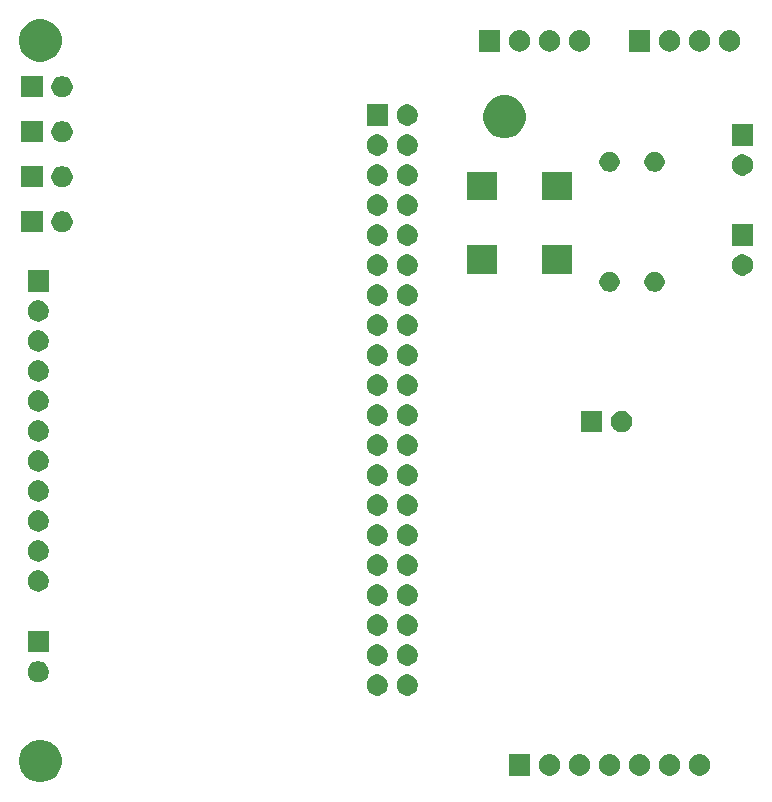
<source format=gbr>
G04 #@! TF.GenerationSoftware,KiCad,Pcbnew,(5.1.5)-3*
G04 #@! TF.CreationDate,2020-06-28T02:39:40-04:00*
G04 #@! TF.ProjectId,SteeringWheelKicad,53746565-7269-46e6-9757-6865656c4b69,3.0*
G04 #@! TF.SameCoordinates,Original*
G04 #@! TF.FileFunction,Soldermask,Top*
G04 #@! TF.FilePolarity,Negative*
%FSLAX46Y46*%
G04 Gerber Fmt 4.6, Leading zero omitted, Abs format (unit mm)*
G04 Created by KiCad (PCBNEW (5.1.5)-3) date 2020-06-28 02:39:40*
%MOMM*%
%LPD*%
G04 APERTURE LIST*
%ADD10C,0.100000*%
G04 APERTURE END LIST*
D10*
G36*
X97725331Y-146868211D02*
G01*
X98053092Y-147003974D01*
X98348070Y-147201072D01*
X98598928Y-147451930D01*
X98796026Y-147746908D01*
X98931789Y-148074669D01*
X99001000Y-148422616D01*
X99001000Y-148777384D01*
X98931789Y-149125331D01*
X98796026Y-149453092D01*
X98598928Y-149748070D01*
X98348070Y-149998928D01*
X98053092Y-150196026D01*
X97725331Y-150331789D01*
X97377384Y-150401000D01*
X97022616Y-150401000D01*
X96674669Y-150331789D01*
X96346908Y-150196026D01*
X96051930Y-149998928D01*
X95801072Y-149748070D01*
X95603974Y-149453092D01*
X95468211Y-149125331D01*
X95399000Y-148777384D01*
X95399000Y-148422616D01*
X95468211Y-148074669D01*
X95603974Y-147746908D01*
X95801072Y-147451930D01*
X96051930Y-147201072D01*
X96346908Y-147003974D01*
X96674669Y-146868211D01*
X97022616Y-146799000D01*
X97377384Y-146799000D01*
X97725331Y-146868211D01*
G37*
G36*
X153133512Y-148033927D02*
G01*
X153282812Y-148063624D01*
X153446784Y-148131544D01*
X153594354Y-148230147D01*
X153719853Y-148355646D01*
X153818456Y-148503216D01*
X153886376Y-148667188D01*
X153921000Y-148841259D01*
X153921000Y-149018741D01*
X153886376Y-149192812D01*
X153818456Y-149356784D01*
X153719853Y-149504354D01*
X153594354Y-149629853D01*
X153446784Y-149728456D01*
X153282812Y-149796376D01*
X153133512Y-149826073D01*
X153108742Y-149831000D01*
X152931258Y-149831000D01*
X152906488Y-149826073D01*
X152757188Y-149796376D01*
X152593216Y-149728456D01*
X152445646Y-149629853D01*
X152320147Y-149504354D01*
X152221544Y-149356784D01*
X152153624Y-149192812D01*
X152119000Y-149018741D01*
X152119000Y-148841259D01*
X152153624Y-148667188D01*
X152221544Y-148503216D01*
X152320147Y-148355646D01*
X152445646Y-148230147D01*
X152593216Y-148131544D01*
X152757188Y-148063624D01*
X152906488Y-148033927D01*
X152931258Y-148029000D01*
X153108742Y-148029000D01*
X153133512Y-148033927D01*
G37*
G36*
X138681000Y-149831000D02*
G01*
X136879000Y-149831000D01*
X136879000Y-148029000D01*
X138681000Y-148029000D01*
X138681000Y-149831000D01*
G37*
G36*
X140433512Y-148033927D02*
G01*
X140582812Y-148063624D01*
X140746784Y-148131544D01*
X140894354Y-148230147D01*
X141019853Y-148355646D01*
X141118456Y-148503216D01*
X141186376Y-148667188D01*
X141221000Y-148841259D01*
X141221000Y-149018741D01*
X141186376Y-149192812D01*
X141118456Y-149356784D01*
X141019853Y-149504354D01*
X140894354Y-149629853D01*
X140746784Y-149728456D01*
X140582812Y-149796376D01*
X140433512Y-149826073D01*
X140408742Y-149831000D01*
X140231258Y-149831000D01*
X140206488Y-149826073D01*
X140057188Y-149796376D01*
X139893216Y-149728456D01*
X139745646Y-149629853D01*
X139620147Y-149504354D01*
X139521544Y-149356784D01*
X139453624Y-149192812D01*
X139419000Y-149018741D01*
X139419000Y-148841259D01*
X139453624Y-148667188D01*
X139521544Y-148503216D01*
X139620147Y-148355646D01*
X139745646Y-148230147D01*
X139893216Y-148131544D01*
X140057188Y-148063624D01*
X140206488Y-148033927D01*
X140231258Y-148029000D01*
X140408742Y-148029000D01*
X140433512Y-148033927D01*
G37*
G36*
X142973512Y-148033927D02*
G01*
X143122812Y-148063624D01*
X143286784Y-148131544D01*
X143434354Y-148230147D01*
X143559853Y-148355646D01*
X143658456Y-148503216D01*
X143726376Y-148667188D01*
X143761000Y-148841259D01*
X143761000Y-149018741D01*
X143726376Y-149192812D01*
X143658456Y-149356784D01*
X143559853Y-149504354D01*
X143434354Y-149629853D01*
X143286784Y-149728456D01*
X143122812Y-149796376D01*
X142973512Y-149826073D01*
X142948742Y-149831000D01*
X142771258Y-149831000D01*
X142746488Y-149826073D01*
X142597188Y-149796376D01*
X142433216Y-149728456D01*
X142285646Y-149629853D01*
X142160147Y-149504354D01*
X142061544Y-149356784D01*
X141993624Y-149192812D01*
X141959000Y-149018741D01*
X141959000Y-148841259D01*
X141993624Y-148667188D01*
X142061544Y-148503216D01*
X142160147Y-148355646D01*
X142285646Y-148230147D01*
X142433216Y-148131544D01*
X142597188Y-148063624D01*
X142746488Y-148033927D01*
X142771258Y-148029000D01*
X142948742Y-148029000D01*
X142973512Y-148033927D01*
G37*
G36*
X148053512Y-148033927D02*
G01*
X148202812Y-148063624D01*
X148366784Y-148131544D01*
X148514354Y-148230147D01*
X148639853Y-148355646D01*
X148738456Y-148503216D01*
X148806376Y-148667188D01*
X148841000Y-148841259D01*
X148841000Y-149018741D01*
X148806376Y-149192812D01*
X148738456Y-149356784D01*
X148639853Y-149504354D01*
X148514354Y-149629853D01*
X148366784Y-149728456D01*
X148202812Y-149796376D01*
X148053512Y-149826073D01*
X148028742Y-149831000D01*
X147851258Y-149831000D01*
X147826488Y-149826073D01*
X147677188Y-149796376D01*
X147513216Y-149728456D01*
X147365646Y-149629853D01*
X147240147Y-149504354D01*
X147141544Y-149356784D01*
X147073624Y-149192812D01*
X147039000Y-149018741D01*
X147039000Y-148841259D01*
X147073624Y-148667188D01*
X147141544Y-148503216D01*
X147240147Y-148355646D01*
X147365646Y-148230147D01*
X147513216Y-148131544D01*
X147677188Y-148063624D01*
X147826488Y-148033927D01*
X147851258Y-148029000D01*
X148028742Y-148029000D01*
X148053512Y-148033927D01*
G37*
G36*
X145513512Y-148033927D02*
G01*
X145662812Y-148063624D01*
X145826784Y-148131544D01*
X145974354Y-148230147D01*
X146099853Y-148355646D01*
X146198456Y-148503216D01*
X146266376Y-148667188D01*
X146301000Y-148841259D01*
X146301000Y-149018741D01*
X146266376Y-149192812D01*
X146198456Y-149356784D01*
X146099853Y-149504354D01*
X145974354Y-149629853D01*
X145826784Y-149728456D01*
X145662812Y-149796376D01*
X145513512Y-149826073D01*
X145488742Y-149831000D01*
X145311258Y-149831000D01*
X145286488Y-149826073D01*
X145137188Y-149796376D01*
X144973216Y-149728456D01*
X144825646Y-149629853D01*
X144700147Y-149504354D01*
X144601544Y-149356784D01*
X144533624Y-149192812D01*
X144499000Y-149018741D01*
X144499000Y-148841259D01*
X144533624Y-148667188D01*
X144601544Y-148503216D01*
X144700147Y-148355646D01*
X144825646Y-148230147D01*
X144973216Y-148131544D01*
X145137188Y-148063624D01*
X145286488Y-148033927D01*
X145311258Y-148029000D01*
X145488742Y-148029000D01*
X145513512Y-148033927D01*
G37*
G36*
X150593512Y-148033927D02*
G01*
X150742812Y-148063624D01*
X150906784Y-148131544D01*
X151054354Y-148230147D01*
X151179853Y-148355646D01*
X151278456Y-148503216D01*
X151346376Y-148667188D01*
X151381000Y-148841259D01*
X151381000Y-149018741D01*
X151346376Y-149192812D01*
X151278456Y-149356784D01*
X151179853Y-149504354D01*
X151054354Y-149629853D01*
X150906784Y-149728456D01*
X150742812Y-149796376D01*
X150593512Y-149826073D01*
X150568742Y-149831000D01*
X150391258Y-149831000D01*
X150366488Y-149826073D01*
X150217188Y-149796376D01*
X150053216Y-149728456D01*
X149905646Y-149629853D01*
X149780147Y-149504354D01*
X149681544Y-149356784D01*
X149613624Y-149192812D01*
X149579000Y-149018741D01*
X149579000Y-148841259D01*
X149613624Y-148667188D01*
X149681544Y-148503216D01*
X149780147Y-148355646D01*
X149905646Y-148230147D01*
X150053216Y-148131544D01*
X150217188Y-148063624D01*
X150366488Y-148033927D01*
X150391258Y-148029000D01*
X150568742Y-148029000D01*
X150593512Y-148033927D01*
G37*
G36*
X125843512Y-141263927D02*
G01*
X125992812Y-141293624D01*
X126156784Y-141361544D01*
X126304354Y-141460147D01*
X126429853Y-141585646D01*
X126528456Y-141733216D01*
X126596376Y-141897188D01*
X126631000Y-142071259D01*
X126631000Y-142248741D01*
X126596376Y-142422812D01*
X126528456Y-142586784D01*
X126429853Y-142734354D01*
X126304354Y-142859853D01*
X126156784Y-142958456D01*
X125992812Y-143026376D01*
X125843512Y-143056073D01*
X125818742Y-143061000D01*
X125641258Y-143061000D01*
X125616488Y-143056073D01*
X125467188Y-143026376D01*
X125303216Y-142958456D01*
X125155646Y-142859853D01*
X125030147Y-142734354D01*
X124931544Y-142586784D01*
X124863624Y-142422812D01*
X124829000Y-142248741D01*
X124829000Y-142071259D01*
X124863624Y-141897188D01*
X124931544Y-141733216D01*
X125030147Y-141585646D01*
X125155646Y-141460147D01*
X125303216Y-141361544D01*
X125467188Y-141293624D01*
X125616488Y-141263927D01*
X125641258Y-141259000D01*
X125818742Y-141259000D01*
X125843512Y-141263927D01*
G37*
G36*
X128383512Y-141263927D02*
G01*
X128532812Y-141293624D01*
X128696784Y-141361544D01*
X128844354Y-141460147D01*
X128969853Y-141585646D01*
X129068456Y-141733216D01*
X129136376Y-141897188D01*
X129171000Y-142071259D01*
X129171000Y-142248741D01*
X129136376Y-142422812D01*
X129068456Y-142586784D01*
X128969853Y-142734354D01*
X128844354Y-142859853D01*
X128696784Y-142958456D01*
X128532812Y-143026376D01*
X128383512Y-143056073D01*
X128358742Y-143061000D01*
X128181258Y-143061000D01*
X128156488Y-143056073D01*
X128007188Y-143026376D01*
X127843216Y-142958456D01*
X127695646Y-142859853D01*
X127570147Y-142734354D01*
X127471544Y-142586784D01*
X127403624Y-142422812D01*
X127369000Y-142248741D01*
X127369000Y-142071259D01*
X127403624Y-141897188D01*
X127471544Y-141733216D01*
X127570147Y-141585646D01*
X127695646Y-141460147D01*
X127843216Y-141361544D01*
X128007188Y-141293624D01*
X128156488Y-141263927D01*
X128181258Y-141259000D01*
X128358742Y-141259000D01*
X128383512Y-141263927D01*
G37*
G36*
X97141512Y-140143927D02*
G01*
X97290812Y-140173624D01*
X97454784Y-140241544D01*
X97602354Y-140340147D01*
X97727853Y-140465646D01*
X97826456Y-140613216D01*
X97894376Y-140777188D01*
X97929000Y-140951259D01*
X97929000Y-141128741D01*
X97894376Y-141302812D01*
X97826456Y-141466784D01*
X97727853Y-141614354D01*
X97602354Y-141739853D01*
X97454784Y-141838456D01*
X97290812Y-141906376D01*
X97141512Y-141936073D01*
X97116742Y-141941000D01*
X96939258Y-141941000D01*
X96914488Y-141936073D01*
X96765188Y-141906376D01*
X96601216Y-141838456D01*
X96453646Y-141739853D01*
X96328147Y-141614354D01*
X96229544Y-141466784D01*
X96161624Y-141302812D01*
X96127000Y-141128741D01*
X96127000Y-140951259D01*
X96161624Y-140777188D01*
X96229544Y-140613216D01*
X96328147Y-140465646D01*
X96453646Y-140340147D01*
X96601216Y-140241544D01*
X96765188Y-140173624D01*
X96914488Y-140143927D01*
X96939258Y-140139000D01*
X97116742Y-140139000D01*
X97141512Y-140143927D01*
G37*
G36*
X125843512Y-138723927D02*
G01*
X125992812Y-138753624D01*
X126156784Y-138821544D01*
X126304354Y-138920147D01*
X126429853Y-139045646D01*
X126528456Y-139193216D01*
X126596376Y-139357188D01*
X126631000Y-139531259D01*
X126631000Y-139708741D01*
X126596376Y-139882812D01*
X126528456Y-140046784D01*
X126429853Y-140194354D01*
X126304354Y-140319853D01*
X126156784Y-140418456D01*
X125992812Y-140486376D01*
X125843512Y-140516073D01*
X125818742Y-140521000D01*
X125641258Y-140521000D01*
X125616488Y-140516073D01*
X125467188Y-140486376D01*
X125303216Y-140418456D01*
X125155646Y-140319853D01*
X125030147Y-140194354D01*
X124931544Y-140046784D01*
X124863624Y-139882812D01*
X124829000Y-139708741D01*
X124829000Y-139531259D01*
X124863624Y-139357188D01*
X124931544Y-139193216D01*
X125030147Y-139045646D01*
X125155646Y-138920147D01*
X125303216Y-138821544D01*
X125467188Y-138753624D01*
X125616488Y-138723927D01*
X125641258Y-138719000D01*
X125818742Y-138719000D01*
X125843512Y-138723927D01*
G37*
G36*
X128383512Y-138723927D02*
G01*
X128532812Y-138753624D01*
X128696784Y-138821544D01*
X128844354Y-138920147D01*
X128969853Y-139045646D01*
X129068456Y-139193216D01*
X129136376Y-139357188D01*
X129171000Y-139531259D01*
X129171000Y-139708741D01*
X129136376Y-139882812D01*
X129068456Y-140046784D01*
X128969853Y-140194354D01*
X128844354Y-140319853D01*
X128696784Y-140418456D01*
X128532812Y-140486376D01*
X128383512Y-140516073D01*
X128358742Y-140521000D01*
X128181258Y-140521000D01*
X128156488Y-140516073D01*
X128007188Y-140486376D01*
X127843216Y-140418456D01*
X127695646Y-140319853D01*
X127570147Y-140194354D01*
X127471544Y-140046784D01*
X127403624Y-139882812D01*
X127369000Y-139708741D01*
X127369000Y-139531259D01*
X127403624Y-139357188D01*
X127471544Y-139193216D01*
X127570147Y-139045646D01*
X127695646Y-138920147D01*
X127843216Y-138821544D01*
X128007188Y-138753624D01*
X128156488Y-138723927D01*
X128181258Y-138719000D01*
X128358742Y-138719000D01*
X128383512Y-138723927D01*
G37*
G36*
X97929000Y-139401000D02*
G01*
X96127000Y-139401000D01*
X96127000Y-137599000D01*
X97929000Y-137599000D01*
X97929000Y-139401000D01*
G37*
G36*
X125843512Y-136183927D02*
G01*
X125992812Y-136213624D01*
X126156784Y-136281544D01*
X126304354Y-136380147D01*
X126429853Y-136505646D01*
X126528456Y-136653216D01*
X126596376Y-136817188D01*
X126631000Y-136991259D01*
X126631000Y-137168741D01*
X126596376Y-137342812D01*
X126528456Y-137506784D01*
X126429853Y-137654354D01*
X126304354Y-137779853D01*
X126156784Y-137878456D01*
X125992812Y-137946376D01*
X125843512Y-137976073D01*
X125818742Y-137981000D01*
X125641258Y-137981000D01*
X125616488Y-137976073D01*
X125467188Y-137946376D01*
X125303216Y-137878456D01*
X125155646Y-137779853D01*
X125030147Y-137654354D01*
X124931544Y-137506784D01*
X124863624Y-137342812D01*
X124829000Y-137168741D01*
X124829000Y-136991259D01*
X124863624Y-136817188D01*
X124931544Y-136653216D01*
X125030147Y-136505646D01*
X125155646Y-136380147D01*
X125303216Y-136281544D01*
X125467188Y-136213624D01*
X125616488Y-136183927D01*
X125641258Y-136179000D01*
X125818742Y-136179000D01*
X125843512Y-136183927D01*
G37*
G36*
X128383512Y-136183927D02*
G01*
X128532812Y-136213624D01*
X128696784Y-136281544D01*
X128844354Y-136380147D01*
X128969853Y-136505646D01*
X129068456Y-136653216D01*
X129136376Y-136817188D01*
X129171000Y-136991259D01*
X129171000Y-137168741D01*
X129136376Y-137342812D01*
X129068456Y-137506784D01*
X128969853Y-137654354D01*
X128844354Y-137779853D01*
X128696784Y-137878456D01*
X128532812Y-137946376D01*
X128383512Y-137976073D01*
X128358742Y-137981000D01*
X128181258Y-137981000D01*
X128156488Y-137976073D01*
X128007188Y-137946376D01*
X127843216Y-137878456D01*
X127695646Y-137779853D01*
X127570147Y-137654354D01*
X127471544Y-137506784D01*
X127403624Y-137342812D01*
X127369000Y-137168741D01*
X127369000Y-136991259D01*
X127403624Y-136817188D01*
X127471544Y-136653216D01*
X127570147Y-136505646D01*
X127695646Y-136380147D01*
X127843216Y-136281544D01*
X128007188Y-136213624D01*
X128156488Y-136183927D01*
X128181258Y-136179000D01*
X128358742Y-136179000D01*
X128383512Y-136183927D01*
G37*
G36*
X128383512Y-133643927D02*
G01*
X128532812Y-133673624D01*
X128696784Y-133741544D01*
X128844354Y-133840147D01*
X128969853Y-133965646D01*
X129068456Y-134113216D01*
X129136376Y-134277188D01*
X129171000Y-134451259D01*
X129171000Y-134628741D01*
X129136376Y-134802812D01*
X129068456Y-134966784D01*
X128969853Y-135114354D01*
X128844354Y-135239853D01*
X128696784Y-135338456D01*
X128532812Y-135406376D01*
X128383512Y-135436073D01*
X128358742Y-135441000D01*
X128181258Y-135441000D01*
X128156488Y-135436073D01*
X128007188Y-135406376D01*
X127843216Y-135338456D01*
X127695646Y-135239853D01*
X127570147Y-135114354D01*
X127471544Y-134966784D01*
X127403624Y-134802812D01*
X127369000Y-134628741D01*
X127369000Y-134451259D01*
X127403624Y-134277188D01*
X127471544Y-134113216D01*
X127570147Y-133965646D01*
X127695646Y-133840147D01*
X127843216Y-133741544D01*
X128007188Y-133673624D01*
X128156488Y-133643927D01*
X128181258Y-133639000D01*
X128358742Y-133639000D01*
X128383512Y-133643927D01*
G37*
G36*
X125843512Y-133643927D02*
G01*
X125992812Y-133673624D01*
X126156784Y-133741544D01*
X126304354Y-133840147D01*
X126429853Y-133965646D01*
X126528456Y-134113216D01*
X126596376Y-134277188D01*
X126631000Y-134451259D01*
X126631000Y-134628741D01*
X126596376Y-134802812D01*
X126528456Y-134966784D01*
X126429853Y-135114354D01*
X126304354Y-135239853D01*
X126156784Y-135338456D01*
X125992812Y-135406376D01*
X125843512Y-135436073D01*
X125818742Y-135441000D01*
X125641258Y-135441000D01*
X125616488Y-135436073D01*
X125467188Y-135406376D01*
X125303216Y-135338456D01*
X125155646Y-135239853D01*
X125030147Y-135114354D01*
X124931544Y-134966784D01*
X124863624Y-134802812D01*
X124829000Y-134628741D01*
X124829000Y-134451259D01*
X124863624Y-134277188D01*
X124931544Y-134113216D01*
X125030147Y-133965646D01*
X125155646Y-133840147D01*
X125303216Y-133741544D01*
X125467188Y-133673624D01*
X125616488Y-133643927D01*
X125641258Y-133639000D01*
X125818742Y-133639000D01*
X125843512Y-133643927D01*
G37*
G36*
X97141512Y-132453927D02*
G01*
X97290812Y-132483624D01*
X97454784Y-132551544D01*
X97602354Y-132650147D01*
X97727853Y-132775646D01*
X97826456Y-132923216D01*
X97894376Y-133087188D01*
X97929000Y-133261259D01*
X97929000Y-133438741D01*
X97894376Y-133612812D01*
X97826456Y-133776784D01*
X97727853Y-133924354D01*
X97602354Y-134049853D01*
X97454784Y-134148456D01*
X97290812Y-134216376D01*
X97141512Y-134246073D01*
X97116742Y-134251000D01*
X96939258Y-134251000D01*
X96914488Y-134246073D01*
X96765188Y-134216376D01*
X96601216Y-134148456D01*
X96453646Y-134049853D01*
X96328147Y-133924354D01*
X96229544Y-133776784D01*
X96161624Y-133612812D01*
X96127000Y-133438741D01*
X96127000Y-133261259D01*
X96161624Y-133087188D01*
X96229544Y-132923216D01*
X96328147Y-132775646D01*
X96453646Y-132650147D01*
X96601216Y-132551544D01*
X96765188Y-132483624D01*
X96914488Y-132453927D01*
X96939258Y-132449000D01*
X97116742Y-132449000D01*
X97141512Y-132453927D01*
G37*
G36*
X128383512Y-131103927D02*
G01*
X128532812Y-131133624D01*
X128696784Y-131201544D01*
X128844354Y-131300147D01*
X128969853Y-131425646D01*
X129068456Y-131573216D01*
X129136376Y-131737188D01*
X129171000Y-131911259D01*
X129171000Y-132088741D01*
X129136376Y-132262812D01*
X129068456Y-132426784D01*
X128969853Y-132574354D01*
X128844354Y-132699853D01*
X128696784Y-132798456D01*
X128532812Y-132866376D01*
X128383512Y-132896073D01*
X128358742Y-132901000D01*
X128181258Y-132901000D01*
X128156488Y-132896073D01*
X128007188Y-132866376D01*
X127843216Y-132798456D01*
X127695646Y-132699853D01*
X127570147Y-132574354D01*
X127471544Y-132426784D01*
X127403624Y-132262812D01*
X127369000Y-132088741D01*
X127369000Y-131911259D01*
X127403624Y-131737188D01*
X127471544Y-131573216D01*
X127570147Y-131425646D01*
X127695646Y-131300147D01*
X127843216Y-131201544D01*
X128007188Y-131133624D01*
X128156488Y-131103927D01*
X128181258Y-131099000D01*
X128358742Y-131099000D01*
X128383512Y-131103927D01*
G37*
G36*
X125843512Y-131103927D02*
G01*
X125992812Y-131133624D01*
X126156784Y-131201544D01*
X126304354Y-131300147D01*
X126429853Y-131425646D01*
X126528456Y-131573216D01*
X126596376Y-131737188D01*
X126631000Y-131911259D01*
X126631000Y-132088741D01*
X126596376Y-132262812D01*
X126528456Y-132426784D01*
X126429853Y-132574354D01*
X126304354Y-132699853D01*
X126156784Y-132798456D01*
X125992812Y-132866376D01*
X125843512Y-132896073D01*
X125818742Y-132901000D01*
X125641258Y-132901000D01*
X125616488Y-132896073D01*
X125467188Y-132866376D01*
X125303216Y-132798456D01*
X125155646Y-132699853D01*
X125030147Y-132574354D01*
X124931544Y-132426784D01*
X124863624Y-132262812D01*
X124829000Y-132088741D01*
X124829000Y-131911259D01*
X124863624Y-131737188D01*
X124931544Y-131573216D01*
X125030147Y-131425646D01*
X125155646Y-131300147D01*
X125303216Y-131201544D01*
X125467188Y-131133624D01*
X125616488Y-131103927D01*
X125641258Y-131099000D01*
X125818742Y-131099000D01*
X125843512Y-131103927D01*
G37*
G36*
X97141512Y-129913927D02*
G01*
X97290812Y-129943624D01*
X97454784Y-130011544D01*
X97602354Y-130110147D01*
X97727853Y-130235646D01*
X97826456Y-130383216D01*
X97894376Y-130547188D01*
X97929000Y-130721259D01*
X97929000Y-130898741D01*
X97894376Y-131072812D01*
X97826456Y-131236784D01*
X97727853Y-131384354D01*
X97602354Y-131509853D01*
X97454784Y-131608456D01*
X97290812Y-131676376D01*
X97141512Y-131706073D01*
X97116742Y-131711000D01*
X96939258Y-131711000D01*
X96914488Y-131706073D01*
X96765188Y-131676376D01*
X96601216Y-131608456D01*
X96453646Y-131509853D01*
X96328147Y-131384354D01*
X96229544Y-131236784D01*
X96161624Y-131072812D01*
X96127000Y-130898741D01*
X96127000Y-130721259D01*
X96161624Y-130547188D01*
X96229544Y-130383216D01*
X96328147Y-130235646D01*
X96453646Y-130110147D01*
X96601216Y-130011544D01*
X96765188Y-129943624D01*
X96914488Y-129913927D01*
X96939258Y-129909000D01*
X97116742Y-129909000D01*
X97141512Y-129913927D01*
G37*
G36*
X128383512Y-128563927D02*
G01*
X128532812Y-128593624D01*
X128696784Y-128661544D01*
X128844354Y-128760147D01*
X128969853Y-128885646D01*
X129068456Y-129033216D01*
X129136376Y-129197188D01*
X129171000Y-129371259D01*
X129171000Y-129548741D01*
X129136376Y-129722812D01*
X129068456Y-129886784D01*
X128969853Y-130034354D01*
X128844354Y-130159853D01*
X128696784Y-130258456D01*
X128532812Y-130326376D01*
X128383512Y-130356073D01*
X128358742Y-130361000D01*
X128181258Y-130361000D01*
X128156488Y-130356073D01*
X128007188Y-130326376D01*
X127843216Y-130258456D01*
X127695646Y-130159853D01*
X127570147Y-130034354D01*
X127471544Y-129886784D01*
X127403624Y-129722812D01*
X127369000Y-129548741D01*
X127369000Y-129371259D01*
X127403624Y-129197188D01*
X127471544Y-129033216D01*
X127570147Y-128885646D01*
X127695646Y-128760147D01*
X127843216Y-128661544D01*
X128007188Y-128593624D01*
X128156488Y-128563927D01*
X128181258Y-128559000D01*
X128358742Y-128559000D01*
X128383512Y-128563927D01*
G37*
G36*
X125843512Y-128563927D02*
G01*
X125992812Y-128593624D01*
X126156784Y-128661544D01*
X126304354Y-128760147D01*
X126429853Y-128885646D01*
X126528456Y-129033216D01*
X126596376Y-129197188D01*
X126631000Y-129371259D01*
X126631000Y-129548741D01*
X126596376Y-129722812D01*
X126528456Y-129886784D01*
X126429853Y-130034354D01*
X126304354Y-130159853D01*
X126156784Y-130258456D01*
X125992812Y-130326376D01*
X125843512Y-130356073D01*
X125818742Y-130361000D01*
X125641258Y-130361000D01*
X125616488Y-130356073D01*
X125467188Y-130326376D01*
X125303216Y-130258456D01*
X125155646Y-130159853D01*
X125030147Y-130034354D01*
X124931544Y-129886784D01*
X124863624Y-129722812D01*
X124829000Y-129548741D01*
X124829000Y-129371259D01*
X124863624Y-129197188D01*
X124931544Y-129033216D01*
X125030147Y-128885646D01*
X125155646Y-128760147D01*
X125303216Y-128661544D01*
X125467188Y-128593624D01*
X125616488Y-128563927D01*
X125641258Y-128559000D01*
X125818742Y-128559000D01*
X125843512Y-128563927D01*
G37*
G36*
X97141512Y-127373927D02*
G01*
X97290812Y-127403624D01*
X97454784Y-127471544D01*
X97602354Y-127570147D01*
X97727853Y-127695646D01*
X97826456Y-127843216D01*
X97894376Y-128007188D01*
X97929000Y-128181259D01*
X97929000Y-128358741D01*
X97894376Y-128532812D01*
X97826456Y-128696784D01*
X97727853Y-128844354D01*
X97602354Y-128969853D01*
X97454784Y-129068456D01*
X97290812Y-129136376D01*
X97141512Y-129166073D01*
X97116742Y-129171000D01*
X96939258Y-129171000D01*
X96914488Y-129166073D01*
X96765188Y-129136376D01*
X96601216Y-129068456D01*
X96453646Y-128969853D01*
X96328147Y-128844354D01*
X96229544Y-128696784D01*
X96161624Y-128532812D01*
X96127000Y-128358741D01*
X96127000Y-128181259D01*
X96161624Y-128007188D01*
X96229544Y-127843216D01*
X96328147Y-127695646D01*
X96453646Y-127570147D01*
X96601216Y-127471544D01*
X96765188Y-127403624D01*
X96914488Y-127373927D01*
X96939258Y-127369000D01*
X97116742Y-127369000D01*
X97141512Y-127373927D01*
G37*
G36*
X128383512Y-126023927D02*
G01*
X128532812Y-126053624D01*
X128696784Y-126121544D01*
X128844354Y-126220147D01*
X128969853Y-126345646D01*
X129068456Y-126493216D01*
X129136376Y-126657188D01*
X129171000Y-126831259D01*
X129171000Y-127008741D01*
X129136376Y-127182812D01*
X129068456Y-127346784D01*
X128969853Y-127494354D01*
X128844354Y-127619853D01*
X128696784Y-127718456D01*
X128532812Y-127786376D01*
X128383512Y-127816073D01*
X128358742Y-127821000D01*
X128181258Y-127821000D01*
X128156488Y-127816073D01*
X128007188Y-127786376D01*
X127843216Y-127718456D01*
X127695646Y-127619853D01*
X127570147Y-127494354D01*
X127471544Y-127346784D01*
X127403624Y-127182812D01*
X127369000Y-127008741D01*
X127369000Y-126831259D01*
X127403624Y-126657188D01*
X127471544Y-126493216D01*
X127570147Y-126345646D01*
X127695646Y-126220147D01*
X127843216Y-126121544D01*
X128007188Y-126053624D01*
X128156488Y-126023927D01*
X128181258Y-126019000D01*
X128358742Y-126019000D01*
X128383512Y-126023927D01*
G37*
G36*
X125843512Y-126023927D02*
G01*
X125992812Y-126053624D01*
X126156784Y-126121544D01*
X126304354Y-126220147D01*
X126429853Y-126345646D01*
X126528456Y-126493216D01*
X126596376Y-126657188D01*
X126631000Y-126831259D01*
X126631000Y-127008741D01*
X126596376Y-127182812D01*
X126528456Y-127346784D01*
X126429853Y-127494354D01*
X126304354Y-127619853D01*
X126156784Y-127718456D01*
X125992812Y-127786376D01*
X125843512Y-127816073D01*
X125818742Y-127821000D01*
X125641258Y-127821000D01*
X125616488Y-127816073D01*
X125467188Y-127786376D01*
X125303216Y-127718456D01*
X125155646Y-127619853D01*
X125030147Y-127494354D01*
X124931544Y-127346784D01*
X124863624Y-127182812D01*
X124829000Y-127008741D01*
X124829000Y-126831259D01*
X124863624Y-126657188D01*
X124931544Y-126493216D01*
X125030147Y-126345646D01*
X125155646Y-126220147D01*
X125303216Y-126121544D01*
X125467188Y-126053624D01*
X125616488Y-126023927D01*
X125641258Y-126019000D01*
X125818742Y-126019000D01*
X125843512Y-126023927D01*
G37*
G36*
X97141512Y-124833927D02*
G01*
X97290812Y-124863624D01*
X97454784Y-124931544D01*
X97602354Y-125030147D01*
X97727853Y-125155646D01*
X97826456Y-125303216D01*
X97894376Y-125467188D01*
X97929000Y-125641259D01*
X97929000Y-125818741D01*
X97894376Y-125992812D01*
X97826456Y-126156784D01*
X97727853Y-126304354D01*
X97602354Y-126429853D01*
X97454784Y-126528456D01*
X97290812Y-126596376D01*
X97141512Y-126626073D01*
X97116742Y-126631000D01*
X96939258Y-126631000D01*
X96914488Y-126626073D01*
X96765188Y-126596376D01*
X96601216Y-126528456D01*
X96453646Y-126429853D01*
X96328147Y-126304354D01*
X96229544Y-126156784D01*
X96161624Y-125992812D01*
X96127000Y-125818741D01*
X96127000Y-125641259D01*
X96161624Y-125467188D01*
X96229544Y-125303216D01*
X96328147Y-125155646D01*
X96453646Y-125030147D01*
X96601216Y-124931544D01*
X96765188Y-124863624D01*
X96914488Y-124833927D01*
X96939258Y-124829000D01*
X97116742Y-124829000D01*
X97141512Y-124833927D01*
G37*
G36*
X125843512Y-123483927D02*
G01*
X125992812Y-123513624D01*
X126156784Y-123581544D01*
X126304354Y-123680147D01*
X126429853Y-123805646D01*
X126528456Y-123953216D01*
X126596376Y-124117188D01*
X126631000Y-124291259D01*
X126631000Y-124468741D01*
X126596376Y-124642812D01*
X126528456Y-124806784D01*
X126429853Y-124954354D01*
X126304354Y-125079853D01*
X126156784Y-125178456D01*
X125992812Y-125246376D01*
X125843512Y-125276073D01*
X125818742Y-125281000D01*
X125641258Y-125281000D01*
X125616488Y-125276073D01*
X125467188Y-125246376D01*
X125303216Y-125178456D01*
X125155646Y-125079853D01*
X125030147Y-124954354D01*
X124931544Y-124806784D01*
X124863624Y-124642812D01*
X124829000Y-124468741D01*
X124829000Y-124291259D01*
X124863624Y-124117188D01*
X124931544Y-123953216D01*
X125030147Y-123805646D01*
X125155646Y-123680147D01*
X125303216Y-123581544D01*
X125467188Y-123513624D01*
X125616488Y-123483927D01*
X125641258Y-123479000D01*
X125818742Y-123479000D01*
X125843512Y-123483927D01*
G37*
G36*
X128383512Y-123483927D02*
G01*
X128532812Y-123513624D01*
X128696784Y-123581544D01*
X128844354Y-123680147D01*
X128969853Y-123805646D01*
X129068456Y-123953216D01*
X129136376Y-124117188D01*
X129171000Y-124291259D01*
X129171000Y-124468741D01*
X129136376Y-124642812D01*
X129068456Y-124806784D01*
X128969853Y-124954354D01*
X128844354Y-125079853D01*
X128696784Y-125178456D01*
X128532812Y-125246376D01*
X128383512Y-125276073D01*
X128358742Y-125281000D01*
X128181258Y-125281000D01*
X128156488Y-125276073D01*
X128007188Y-125246376D01*
X127843216Y-125178456D01*
X127695646Y-125079853D01*
X127570147Y-124954354D01*
X127471544Y-124806784D01*
X127403624Y-124642812D01*
X127369000Y-124468741D01*
X127369000Y-124291259D01*
X127403624Y-124117188D01*
X127471544Y-123953216D01*
X127570147Y-123805646D01*
X127695646Y-123680147D01*
X127843216Y-123581544D01*
X128007188Y-123513624D01*
X128156488Y-123483927D01*
X128181258Y-123479000D01*
X128358742Y-123479000D01*
X128383512Y-123483927D01*
G37*
G36*
X97141512Y-122293927D02*
G01*
X97290812Y-122323624D01*
X97454784Y-122391544D01*
X97602354Y-122490147D01*
X97727853Y-122615646D01*
X97826456Y-122763216D01*
X97894376Y-122927188D01*
X97929000Y-123101259D01*
X97929000Y-123278741D01*
X97894376Y-123452812D01*
X97826456Y-123616784D01*
X97727853Y-123764354D01*
X97602354Y-123889853D01*
X97454784Y-123988456D01*
X97290812Y-124056376D01*
X97141512Y-124086073D01*
X97116742Y-124091000D01*
X96939258Y-124091000D01*
X96914488Y-124086073D01*
X96765188Y-124056376D01*
X96601216Y-123988456D01*
X96453646Y-123889853D01*
X96328147Y-123764354D01*
X96229544Y-123616784D01*
X96161624Y-123452812D01*
X96127000Y-123278741D01*
X96127000Y-123101259D01*
X96161624Y-122927188D01*
X96229544Y-122763216D01*
X96328147Y-122615646D01*
X96453646Y-122490147D01*
X96601216Y-122391544D01*
X96765188Y-122323624D01*
X96914488Y-122293927D01*
X96939258Y-122289000D01*
X97116742Y-122289000D01*
X97141512Y-122293927D01*
G37*
G36*
X128383512Y-120943927D02*
G01*
X128532812Y-120973624D01*
X128696784Y-121041544D01*
X128844354Y-121140147D01*
X128969853Y-121265646D01*
X129068456Y-121413216D01*
X129136376Y-121577188D01*
X129171000Y-121751259D01*
X129171000Y-121928741D01*
X129136376Y-122102812D01*
X129068456Y-122266784D01*
X128969853Y-122414354D01*
X128844354Y-122539853D01*
X128696784Y-122638456D01*
X128532812Y-122706376D01*
X128383512Y-122736073D01*
X128358742Y-122741000D01*
X128181258Y-122741000D01*
X128156488Y-122736073D01*
X128007188Y-122706376D01*
X127843216Y-122638456D01*
X127695646Y-122539853D01*
X127570147Y-122414354D01*
X127471544Y-122266784D01*
X127403624Y-122102812D01*
X127369000Y-121928741D01*
X127369000Y-121751259D01*
X127403624Y-121577188D01*
X127471544Y-121413216D01*
X127570147Y-121265646D01*
X127695646Y-121140147D01*
X127843216Y-121041544D01*
X128007188Y-120973624D01*
X128156488Y-120943927D01*
X128181258Y-120939000D01*
X128358742Y-120939000D01*
X128383512Y-120943927D01*
G37*
G36*
X125843512Y-120943927D02*
G01*
X125992812Y-120973624D01*
X126156784Y-121041544D01*
X126304354Y-121140147D01*
X126429853Y-121265646D01*
X126528456Y-121413216D01*
X126596376Y-121577188D01*
X126631000Y-121751259D01*
X126631000Y-121928741D01*
X126596376Y-122102812D01*
X126528456Y-122266784D01*
X126429853Y-122414354D01*
X126304354Y-122539853D01*
X126156784Y-122638456D01*
X125992812Y-122706376D01*
X125843512Y-122736073D01*
X125818742Y-122741000D01*
X125641258Y-122741000D01*
X125616488Y-122736073D01*
X125467188Y-122706376D01*
X125303216Y-122638456D01*
X125155646Y-122539853D01*
X125030147Y-122414354D01*
X124931544Y-122266784D01*
X124863624Y-122102812D01*
X124829000Y-121928741D01*
X124829000Y-121751259D01*
X124863624Y-121577188D01*
X124931544Y-121413216D01*
X125030147Y-121265646D01*
X125155646Y-121140147D01*
X125303216Y-121041544D01*
X125467188Y-120973624D01*
X125616488Y-120943927D01*
X125641258Y-120939000D01*
X125818742Y-120939000D01*
X125843512Y-120943927D01*
G37*
G36*
X97141512Y-119753927D02*
G01*
X97290812Y-119783624D01*
X97454784Y-119851544D01*
X97602354Y-119950147D01*
X97727853Y-120075646D01*
X97826456Y-120223216D01*
X97894376Y-120387188D01*
X97929000Y-120561259D01*
X97929000Y-120738741D01*
X97894376Y-120912812D01*
X97826456Y-121076784D01*
X97727853Y-121224354D01*
X97602354Y-121349853D01*
X97454784Y-121448456D01*
X97290812Y-121516376D01*
X97141512Y-121546073D01*
X97116742Y-121551000D01*
X96939258Y-121551000D01*
X96914488Y-121546073D01*
X96765188Y-121516376D01*
X96601216Y-121448456D01*
X96453646Y-121349853D01*
X96328147Y-121224354D01*
X96229544Y-121076784D01*
X96161624Y-120912812D01*
X96127000Y-120738741D01*
X96127000Y-120561259D01*
X96161624Y-120387188D01*
X96229544Y-120223216D01*
X96328147Y-120075646D01*
X96453646Y-119950147D01*
X96601216Y-119851544D01*
X96765188Y-119783624D01*
X96914488Y-119753927D01*
X96939258Y-119749000D01*
X97116742Y-119749000D01*
X97141512Y-119753927D01*
G37*
G36*
X146533512Y-118953927D02*
G01*
X146682812Y-118983624D01*
X146846784Y-119051544D01*
X146994354Y-119150147D01*
X147119853Y-119275646D01*
X147218456Y-119423216D01*
X147286376Y-119587188D01*
X147321000Y-119761259D01*
X147321000Y-119938741D01*
X147286376Y-120112812D01*
X147218456Y-120276784D01*
X147119853Y-120424354D01*
X146994354Y-120549853D01*
X146846784Y-120648456D01*
X146682812Y-120716376D01*
X146533512Y-120746073D01*
X146508742Y-120751000D01*
X146331258Y-120751000D01*
X146306488Y-120746073D01*
X146157188Y-120716376D01*
X145993216Y-120648456D01*
X145845646Y-120549853D01*
X145720147Y-120424354D01*
X145621544Y-120276784D01*
X145553624Y-120112812D01*
X145519000Y-119938741D01*
X145519000Y-119761259D01*
X145553624Y-119587188D01*
X145621544Y-119423216D01*
X145720147Y-119275646D01*
X145845646Y-119150147D01*
X145993216Y-119051544D01*
X146157188Y-118983624D01*
X146306488Y-118953927D01*
X146331258Y-118949000D01*
X146508742Y-118949000D01*
X146533512Y-118953927D01*
G37*
G36*
X144781000Y-120751000D02*
G01*
X142979000Y-120751000D01*
X142979000Y-118949000D01*
X144781000Y-118949000D01*
X144781000Y-120751000D01*
G37*
G36*
X128383512Y-118403927D02*
G01*
X128532812Y-118433624D01*
X128696784Y-118501544D01*
X128844354Y-118600147D01*
X128969853Y-118725646D01*
X129068456Y-118873216D01*
X129136376Y-119037188D01*
X129171000Y-119211259D01*
X129171000Y-119388741D01*
X129136376Y-119562812D01*
X129068456Y-119726784D01*
X128969853Y-119874354D01*
X128844354Y-119999853D01*
X128696784Y-120098456D01*
X128532812Y-120166376D01*
X128383512Y-120196073D01*
X128358742Y-120201000D01*
X128181258Y-120201000D01*
X128156488Y-120196073D01*
X128007188Y-120166376D01*
X127843216Y-120098456D01*
X127695646Y-119999853D01*
X127570147Y-119874354D01*
X127471544Y-119726784D01*
X127403624Y-119562812D01*
X127369000Y-119388741D01*
X127369000Y-119211259D01*
X127403624Y-119037188D01*
X127471544Y-118873216D01*
X127570147Y-118725646D01*
X127695646Y-118600147D01*
X127843216Y-118501544D01*
X128007188Y-118433624D01*
X128156488Y-118403927D01*
X128181258Y-118399000D01*
X128358742Y-118399000D01*
X128383512Y-118403927D01*
G37*
G36*
X125843512Y-118403927D02*
G01*
X125992812Y-118433624D01*
X126156784Y-118501544D01*
X126304354Y-118600147D01*
X126429853Y-118725646D01*
X126528456Y-118873216D01*
X126596376Y-119037188D01*
X126631000Y-119211259D01*
X126631000Y-119388741D01*
X126596376Y-119562812D01*
X126528456Y-119726784D01*
X126429853Y-119874354D01*
X126304354Y-119999853D01*
X126156784Y-120098456D01*
X125992812Y-120166376D01*
X125843512Y-120196073D01*
X125818742Y-120201000D01*
X125641258Y-120201000D01*
X125616488Y-120196073D01*
X125467188Y-120166376D01*
X125303216Y-120098456D01*
X125155646Y-119999853D01*
X125030147Y-119874354D01*
X124931544Y-119726784D01*
X124863624Y-119562812D01*
X124829000Y-119388741D01*
X124829000Y-119211259D01*
X124863624Y-119037188D01*
X124931544Y-118873216D01*
X125030147Y-118725646D01*
X125155646Y-118600147D01*
X125303216Y-118501544D01*
X125467188Y-118433624D01*
X125616488Y-118403927D01*
X125641258Y-118399000D01*
X125818742Y-118399000D01*
X125843512Y-118403927D01*
G37*
G36*
X97141512Y-117213927D02*
G01*
X97290812Y-117243624D01*
X97454784Y-117311544D01*
X97602354Y-117410147D01*
X97727853Y-117535646D01*
X97826456Y-117683216D01*
X97894376Y-117847188D01*
X97929000Y-118021259D01*
X97929000Y-118198741D01*
X97894376Y-118372812D01*
X97826456Y-118536784D01*
X97727853Y-118684354D01*
X97602354Y-118809853D01*
X97454784Y-118908456D01*
X97290812Y-118976376D01*
X97141512Y-119006073D01*
X97116742Y-119011000D01*
X96939258Y-119011000D01*
X96914488Y-119006073D01*
X96765188Y-118976376D01*
X96601216Y-118908456D01*
X96453646Y-118809853D01*
X96328147Y-118684354D01*
X96229544Y-118536784D01*
X96161624Y-118372812D01*
X96127000Y-118198741D01*
X96127000Y-118021259D01*
X96161624Y-117847188D01*
X96229544Y-117683216D01*
X96328147Y-117535646D01*
X96453646Y-117410147D01*
X96601216Y-117311544D01*
X96765188Y-117243624D01*
X96914488Y-117213927D01*
X96939258Y-117209000D01*
X97116742Y-117209000D01*
X97141512Y-117213927D01*
G37*
G36*
X128383512Y-115863927D02*
G01*
X128532812Y-115893624D01*
X128696784Y-115961544D01*
X128844354Y-116060147D01*
X128969853Y-116185646D01*
X129068456Y-116333216D01*
X129136376Y-116497188D01*
X129171000Y-116671259D01*
X129171000Y-116848741D01*
X129136376Y-117022812D01*
X129068456Y-117186784D01*
X128969853Y-117334354D01*
X128844354Y-117459853D01*
X128696784Y-117558456D01*
X128532812Y-117626376D01*
X128383512Y-117656073D01*
X128358742Y-117661000D01*
X128181258Y-117661000D01*
X128156488Y-117656073D01*
X128007188Y-117626376D01*
X127843216Y-117558456D01*
X127695646Y-117459853D01*
X127570147Y-117334354D01*
X127471544Y-117186784D01*
X127403624Y-117022812D01*
X127369000Y-116848741D01*
X127369000Y-116671259D01*
X127403624Y-116497188D01*
X127471544Y-116333216D01*
X127570147Y-116185646D01*
X127695646Y-116060147D01*
X127843216Y-115961544D01*
X128007188Y-115893624D01*
X128156488Y-115863927D01*
X128181258Y-115859000D01*
X128358742Y-115859000D01*
X128383512Y-115863927D01*
G37*
G36*
X125843512Y-115863927D02*
G01*
X125992812Y-115893624D01*
X126156784Y-115961544D01*
X126304354Y-116060147D01*
X126429853Y-116185646D01*
X126528456Y-116333216D01*
X126596376Y-116497188D01*
X126631000Y-116671259D01*
X126631000Y-116848741D01*
X126596376Y-117022812D01*
X126528456Y-117186784D01*
X126429853Y-117334354D01*
X126304354Y-117459853D01*
X126156784Y-117558456D01*
X125992812Y-117626376D01*
X125843512Y-117656073D01*
X125818742Y-117661000D01*
X125641258Y-117661000D01*
X125616488Y-117656073D01*
X125467188Y-117626376D01*
X125303216Y-117558456D01*
X125155646Y-117459853D01*
X125030147Y-117334354D01*
X124931544Y-117186784D01*
X124863624Y-117022812D01*
X124829000Y-116848741D01*
X124829000Y-116671259D01*
X124863624Y-116497188D01*
X124931544Y-116333216D01*
X125030147Y-116185646D01*
X125155646Y-116060147D01*
X125303216Y-115961544D01*
X125467188Y-115893624D01*
X125616488Y-115863927D01*
X125641258Y-115859000D01*
X125818742Y-115859000D01*
X125843512Y-115863927D01*
G37*
G36*
X97141512Y-114673927D02*
G01*
X97290812Y-114703624D01*
X97454784Y-114771544D01*
X97602354Y-114870147D01*
X97727853Y-114995646D01*
X97826456Y-115143216D01*
X97894376Y-115307188D01*
X97929000Y-115481259D01*
X97929000Y-115658741D01*
X97894376Y-115832812D01*
X97826456Y-115996784D01*
X97727853Y-116144354D01*
X97602354Y-116269853D01*
X97454784Y-116368456D01*
X97290812Y-116436376D01*
X97141512Y-116466073D01*
X97116742Y-116471000D01*
X96939258Y-116471000D01*
X96914488Y-116466073D01*
X96765188Y-116436376D01*
X96601216Y-116368456D01*
X96453646Y-116269853D01*
X96328147Y-116144354D01*
X96229544Y-115996784D01*
X96161624Y-115832812D01*
X96127000Y-115658741D01*
X96127000Y-115481259D01*
X96161624Y-115307188D01*
X96229544Y-115143216D01*
X96328147Y-114995646D01*
X96453646Y-114870147D01*
X96601216Y-114771544D01*
X96765188Y-114703624D01*
X96914488Y-114673927D01*
X96939258Y-114669000D01*
X97116742Y-114669000D01*
X97141512Y-114673927D01*
G37*
G36*
X128383512Y-113323927D02*
G01*
X128532812Y-113353624D01*
X128696784Y-113421544D01*
X128844354Y-113520147D01*
X128969853Y-113645646D01*
X129068456Y-113793216D01*
X129136376Y-113957188D01*
X129171000Y-114131259D01*
X129171000Y-114308741D01*
X129136376Y-114482812D01*
X129068456Y-114646784D01*
X128969853Y-114794354D01*
X128844354Y-114919853D01*
X128696784Y-115018456D01*
X128532812Y-115086376D01*
X128383512Y-115116073D01*
X128358742Y-115121000D01*
X128181258Y-115121000D01*
X128156488Y-115116073D01*
X128007188Y-115086376D01*
X127843216Y-115018456D01*
X127695646Y-114919853D01*
X127570147Y-114794354D01*
X127471544Y-114646784D01*
X127403624Y-114482812D01*
X127369000Y-114308741D01*
X127369000Y-114131259D01*
X127403624Y-113957188D01*
X127471544Y-113793216D01*
X127570147Y-113645646D01*
X127695646Y-113520147D01*
X127843216Y-113421544D01*
X128007188Y-113353624D01*
X128156488Y-113323927D01*
X128181258Y-113319000D01*
X128358742Y-113319000D01*
X128383512Y-113323927D01*
G37*
G36*
X125843512Y-113323927D02*
G01*
X125992812Y-113353624D01*
X126156784Y-113421544D01*
X126304354Y-113520147D01*
X126429853Y-113645646D01*
X126528456Y-113793216D01*
X126596376Y-113957188D01*
X126631000Y-114131259D01*
X126631000Y-114308741D01*
X126596376Y-114482812D01*
X126528456Y-114646784D01*
X126429853Y-114794354D01*
X126304354Y-114919853D01*
X126156784Y-115018456D01*
X125992812Y-115086376D01*
X125843512Y-115116073D01*
X125818742Y-115121000D01*
X125641258Y-115121000D01*
X125616488Y-115116073D01*
X125467188Y-115086376D01*
X125303216Y-115018456D01*
X125155646Y-114919853D01*
X125030147Y-114794354D01*
X124931544Y-114646784D01*
X124863624Y-114482812D01*
X124829000Y-114308741D01*
X124829000Y-114131259D01*
X124863624Y-113957188D01*
X124931544Y-113793216D01*
X125030147Y-113645646D01*
X125155646Y-113520147D01*
X125303216Y-113421544D01*
X125467188Y-113353624D01*
X125616488Y-113323927D01*
X125641258Y-113319000D01*
X125818742Y-113319000D01*
X125843512Y-113323927D01*
G37*
G36*
X97141512Y-112133927D02*
G01*
X97290812Y-112163624D01*
X97454784Y-112231544D01*
X97602354Y-112330147D01*
X97727853Y-112455646D01*
X97826456Y-112603216D01*
X97894376Y-112767188D01*
X97929000Y-112941259D01*
X97929000Y-113118741D01*
X97894376Y-113292812D01*
X97826456Y-113456784D01*
X97727853Y-113604354D01*
X97602354Y-113729853D01*
X97454784Y-113828456D01*
X97290812Y-113896376D01*
X97141512Y-113926073D01*
X97116742Y-113931000D01*
X96939258Y-113931000D01*
X96914488Y-113926073D01*
X96765188Y-113896376D01*
X96601216Y-113828456D01*
X96453646Y-113729853D01*
X96328147Y-113604354D01*
X96229544Y-113456784D01*
X96161624Y-113292812D01*
X96127000Y-113118741D01*
X96127000Y-112941259D01*
X96161624Y-112767188D01*
X96229544Y-112603216D01*
X96328147Y-112455646D01*
X96453646Y-112330147D01*
X96601216Y-112231544D01*
X96765188Y-112163624D01*
X96914488Y-112133927D01*
X96939258Y-112129000D01*
X97116742Y-112129000D01*
X97141512Y-112133927D01*
G37*
G36*
X125843512Y-110783927D02*
G01*
X125992812Y-110813624D01*
X126156784Y-110881544D01*
X126304354Y-110980147D01*
X126429853Y-111105646D01*
X126528456Y-111253216D01*
X126596376Y-111417188D01*
X126631000Y-111591259D01*
X126631000Y-111768741D01*
X126596376Y-111942812D01*
X126528456Y-112106784D01*
X126429853Y-112254354D01*
X126304354Y-112379853D01*
X126156784Y-112478456D01*
X125992812Y-112546376D01*
X125843512Y-112576073D01*
X125818742Y-112581000D01*
X125641258Y-112581000D01*
X125616488Y-112576073D01*
X125467188Y-112546376D01*
X125303216Y-112478456D01*
X125155646Y-112379853D01*
X125030147Y-112254354D01*
X124931544Y-112106784D01*
X124863624Y-111942812D01*
X124829000Y-111768741D01*
X124829000Y-111591259D01*
X124863624Y-111417188D01*
X124931544Y-111253216D01*
X125030147Y-111105646D01*
X125155646Y-110980147D01*
X125303216Y-110881544D01*
X125467188Y-110813624D01*
X125616488Y-110783927D01*
X125641258Y-110779000D01*
X125818742Y-110779000D01*
X125843512Y-110783927D01*
G37*
G36*
X128383512Y-110783927D02*
G01*
X128532812Y-110813624D01*
X128696784Y-110881544D01*
X128844354Y-110980147D01*
X128969853Y-111105646D01*
X129068456Y-111253216D01*
X129136376Y-111417188D01*
X129171000Y-111591259D01*
X129171000Y-111768741D01*
X129136376Y-111942812D01*
X129068456Y-112106784D01*
X128969853Y-112254354D01*
X128844354Y-112379853D01*
X128696784Y-112478456D01*
X128532812Y-112546376D01*
X128383512Y-112576073D01*
X128358742Y-112581000D01*
X128181258Y-112581000D01*
X128156488Y-112576073D01*
X128007188Y-112546376D01*
X127843216Y-112478456D01*
X127695646Y-112379853D01*
X127570147Y-112254354D01*
X127471544Y-112106784D01*
X127403624Y-111942812D01*
X127369000Y-111768741D01*
X127369000Y-111591259D01*
X127403624Y-111417188D01*
X127471544Y-111253216D01*
X127570147Y-111105646D01*
X127695646Y-110980147D01*
X127843216Y-110881544D01*
X128007188Y-110813624D01*
X128156488Y-110783927D01*
X128181258Y-110779000D01*
X128358742Y-110779000D01*
X128383512Y-110783927D01*
G37*
G36*
X97141512Y-109593927D02*
G01*
X97290812Y-109623624D01*
X97454784Y-109691544D01*
X97602354Y-109790147D01*
X97727853Y-109915646D01*
X97826456Y-110063216D01*
X97894376Y-110227188D01*
X97929000Y-110401259D01*
X97929000Y-110578741D01*
X97894376Y-110752812D01*
X97826456Y-110916784D01*
X97727853Y-111064354D01*
X97602354Y-111189853D01*
X97454784Y-111288456D01*
X97290812Y-111356376D01*
X97141512Y-111386073D01*
X97116742Y-111391000D01*
X96939258Y-111391000D01*
X96914488Y-111386073D01*
X96765188Y-111356376D01*
X96601216Y-111288456D01*
X96453646Y-111189853D01*
X96328147Y-111064354D01*
X96229544Y-110916784D01*
X96161624Y-110752812D01*
X96127000Y-110578741D01*
X96127000Y-110401259D01*
X96161624Y-110227188D01*
X96229544Y-110063216D01*
X96328147Y-109915646D01*
X96453646Y-109790147D01*
X96601216Y-109691544D01*
X96765188Y-109623624D01*
X96914488Y-109593927D01*
X96939258Y-109589000D01*
X97116742Y-109589000D01*
X97141512Y-109593927D01*
G37*
G36*
X125843512Y-108243927D02*
G01*
X125992812Y-108273624D01*
X126156784Y-108341544D01*
X126304354Y-108440147D01*
X126429853Y-108565646D01*
X126528456Y-108713216D01*
X126596376Y-108877188D01*
X126631000Y-109051259D01*
X126631000Y-109228741D01*
X126596376Y-109402812D01*
X126528456Y-109566784D01*
X126429853Y-109714354D01*
X126304354Y-109839853D01*
X126156784Y-109938456D01*
X125992812Y-110006376D01*
X125843512Y-110036073D01*
X125818742Y-110041000D01*
X125641258Y-110041000D01*
X125616488Y-110036073D01*
X125467188Y-110006376D01*
X125303216Y-109938456D01*
X125155646Y-109839853D01*
X125030147Y-109714354D01*
X124931544Y-109566784D01*
X124863624Y-109402812D01*
X124829000Y-109228741D01*
X124829000Y-109051259D01*
X124863624Y-108877188D01*
X124931544Y-108713216D01*
X125030147Y-108565646D01*
X125155646Y-108440147D01*
X125303216Y-108341544D01*
X125467188Y-108273624D01*
X125616488Y-108243927D01*
X125641258Y-108239000D01*
X125818742Y-108239000D01*
X125843512Y-108243927D01*
G37*
G36*
X128383512Y-108243927D02*
G01*
X128532812Y-108273624D01*
X128696784Y-108341544D01*
X128844354Y-108440147D01*
X128969853Y-108565646D01*
X129068456Y-108713216D01*
X129136376Y-108877188D01*
X129171000Y-109051259D01*
X129171000Y-109228741D01*
X129136376Y-109402812D01*
X129068456Y-109566784D01*
X128969853Y-109714354D01*
X128844354Y-109839853D01*
X128696784Y-109938456D01*
X128532812Y-110006376D01*
X128383512Y-110036073D01*
X128358742Y-110041000D01*
X128181258Y-110041000D01*
X128156488Y-110036073D01*
X128007188Y-110006376D01*
X127843216Y-109938456D01*
X127695646Y-109839853D01*
X127570147Y-109714354D01*
X127471544Y-109566784D01*
X127403624Y-109402812D01*
X127369000Y-109228741D01*
X127369000Y-109051259D01*
X127403624Y-108877188D01*
X127471544Y-108713216D01*
X127570147Y-108565646D01*
X127695646Y-108440147D01*
X127843216Y-108341544D01*
X128007188Y-108273624D01*
X128156488Y-108243927D01*
X128181258Y-108239000D01*
X128358742Y-108239000D01*
X128383512Y-108243927D01*
G37*
G36*
X145648228Y-107201703D02*
G01*
X145803100Y-107265853D01*
X145942481Y-107358985D01*
X146061015Y-107477519D01*
X146154147Y-107616900D01*
X146218297Y-107771772D01*
X146251000Y-107936184D01*
X146251000Y-108103816D01*
X146218297Y-108268228D01*
X146154147Y-108423100D01*
X146061015Y-108562481D01*
X145942481Y-108681015D01*
X145803100Y-108774147D01*
X145648228Y-108838297D01*
X145483816Y-108871000D01*
X145316184Y-108871000D01*
X145151772Y-108838297D01*
X144996900Y-108774147D01*
X144857519Y-108681015D01*
X144738985Y-108562481D01*
X144645853Y-108423100D01*
X144581703Y-108268228D01*
X144549000Y-108103816D01*
X144549000Y-107936184D01*
X144581703Y-107771772D01*
X144645853Y-107616900D01*
X144738985Y-107477519D01*
X144857519Y-107358985D01*
X144996900Y-107265853D01*
X145151772Y-107201703D01*
X145316184Y-107169000D01*
X145483816Y-107169000D01*
X145648228Y-107201703D01*
G37*
G36*
X149458228Y-107201703D02*
G01*
X149613100Y-107265853D01*
X149752481Y-107358985D01*
X149871015Y-107477519D01*
X149964147Y-107616900D01*
X150028297Y-107771772D01*
X150061000Y-107936184D01*
X150061000Y-108103816D01*
X150028297Y-108268228D01*
X149964147Y-108423100D01*
X149871015Y-108562481D01*
X149752481Y-108681015D01*
X149613100Y-108774147D01*
X149458228Y-108838297D01*
X149293816Y-108871000D01*
X149126184Y-108871000D01*
X148961772Y-108838297D01*
X148806900Y-108774147D01*
X148667519Y-108681015D01*
X148548985Y-108562481D01*
X148455853Y-108423100D01*
X148391703Y-108268228D01*
X148359000Y-108103816D01*
X148359000Y-107936184D01*
X148391703Y-107771772D01*
X148455853Y-107616900D01*
X148548985Y-107477519D01*
X148667519Y-107358985D01*
X148806900Y-107265853D01*
X148961772Y-107201703D01*
X149126184Y-107169000D01*
X149293816Y-107169000D01*
X149458228Y-107201703D01*
G37*
G36*
X97929000Y-108851000D02*
G01*
X96127000Y-108851000D01*
X96127000Y-107049000D01*
X97929000Y-107049000D01*
X97929000Y-108851000D01*
G37*
G36*
X128383512Y-105703927D02*
G01*
X128532812Y-105733624D01*
X128696784Y-105801544D01*
X128844354Y-105900147D01*
X128969853Y-106025646D01*
X129068456Y-106173216D01*
X129136376Y-106337188D01*
X129171000Y-106511259D01*
X129171000Y-106688741D01*
X129136376Y-106862812D01*
X129068456Y-107026784D01*
X128969853Y-107174354D01*
X128844354Y-107299853D01*
X128696784Y-107398456D01*
X128532812Y-107466376D01*
X128383512Y-107496073D01*
X128358742Y-107501000D01*
X128181258Y-107501000D01*
X128156488Y-107496073D01*
X128007188Y-107466376D01*
X127843216Y-107398456D01*
X127695646Y-107299853D01*
X127570147Y-107174354D01*
X127471544Y-107026784D01*
X127403624Y-106862812D01*
X127369000Y-106688741D01*
X127369000Y-106511259D01*
X127403624Y-106337188D01*
X127471544Y-106173216D01*
X127570147Y-106025646D01*
X127695646Y-105900147D01*
X127843216Y-105801544D01*
X128007188Y-105733624D01*
X128156488Y-105703927D01*
X128181258Y-105699000D01*
X128358742Y-105699000D01*
X128383512Y-105703927D01*
G37*
G36*
X156753512Y-105703927D02*
G01*
X156902812Y-105733624D01*
X157066784Y-105801544D01*
X157214354Y-105900147D01*
X157339853Y-106025646D01*
X157438456Y-106173216D01*
X157506376Y-106337188D01*
X157541000Y-106511259D01*
X157541000Y-106688741D01*
X157506376Y-106862812D01*
X157438456Y-107026784D01*
X157339853Y-107174354D01*
X157214354Y-107299853D01*
X157066784Y-107398456D01*
X156902812Y-107466376D01*
X156753512Y-107496073D01*
X156728742Y-107501000D01*
X156551258Y-107501000D01*
X156526488Y-107496073D01*
X156377188Y-107466376D01*
X156213216Y-107398456D01*
X156065646Y-107299853D01*
X155940147Y-107174354D01*
X155841544Y-107026784D01*
X155773624Y-106862812D01*
X155739000Y-106688741D01*
X155739000Y-106511259D01*
X155773624Y-106337188D01*
X155841544Y-106173216D01*
X155940147Y-106025646D01*
X156065646Y-105900147D01*
X156213216Y-105801544D01*
X156377188Y-105733624D01*
X156526488Y-105703927D01*
X156551258Y-105699000D01*
X156728742Y-105699000D01*
X156753512Y-105703927D01*
G37*
G36*
X125843512Y-105703927D02*
G01*
X125992812Y-105733624D01*
X126156784Y-105801544D01*
X126304354Y-105900147D01*
X126429853Y-106025646D01*
X126528456Y-106173216D01*
X126596376Y-106337188D01*
X126631000Y-106511259D01*
X126631000Y-106688741D01*
X126596376Y-106862812D01*
X126528456Y-107026784D01*
X126429853Y-107174354D01*
X126304354Y-107299853D01*
X126156784Y-107398456D01*
X125992812Y-107466376D01*
X125843512Y-107496073D01*
X125818742Y-107501000D01*
X125641258Y-107501000D01*
X125616488Y-107496073D01*
X125467188Y-107466376D01*
X125303216Y-107398456D01*
X125155646Y-107299853D01*
X125030147Y-107174354D01*
X124931544Y-107026784D01*
X124863624Y-106862812D01*
X124829000Y-106688741D01*
X124829000Y-106511259D01*
X124863624Y-106337188D01*
X124931544Y-106173216D01*
X125030147Y-106025646D01*
X125155646Y-105900147D01*
X125303216Y-105801544D01*
X125467188Y-105733624D01*
X125616488Y-105703927D01*
X125641258Y-105699000D01*
X125818742Y-105699000D01*
X125843512Y-105703927D01*
G37*
G36*
X135881000Y-107341000D02*
G01*
X133329000Y-107341000D01*
X133329000Y-104889000D01*
X135881000Y-104889000D01*
X135881000Y-107341000D01*
G37*
G36*
X142231000Y-107341000D02*
G01*
X139679000Y-107341000D01*
X139679000Y-104889000D01*
X142231000Y-104889000D01*
X142231000Y-107341000D01*
G37*
G36*
X157541000Y-104961000D02*
G01*
X155739000Y-104961000D01*
X155739000Y-103159000D01*
X157541000Y-103159000D01*
X157541000Y-104961000D01*
G37*
G36*
X125843512Y-103163927D02*
G01*
X125992812Y-103193624D01*
X126156784Y-103261544D01*
X126304354Y-103360147D01*
X126429853Y-103485646D01*
X126528456Y-103633216D01*
X126596376Y-103797188D01*
X126631000Y-103971259D01*
X126631000Y-104148741D01*
X126596376Y-104322812D01*
X126528456Y-104486784D01*
X126429853Y-104634354D01*
X126304354Y-104759853D01*
X126156784Y-104858456D01*
X125992812Y-104926376D01*
X125843512Y-104956073D01*
X125818742Y-104961000D01*
X125641258Y-104961000D01*
X125616488Y-104956073D01*
X125467188Y-104926376D01*
X125303216Y-104858456D01*
X125155646Y-104759853D01*
X125030147Y-104634354D01*
X124931544Y-104486784D01*
X124863624Y-104322812D01*
X124829000Y-104148741D01*
X124829000Y-103971259D01*
X124863624Y-103797188D01*
X124931544Y-103633216D01*
X125030147Y-103485646D01*
X125155646Y-103360147D01*
X125303216Y-103261544D01*
X125467188Y-103193624D01*
X125616488Y-103163927D01*
X125641258Y-103159000D01*
X125818742Y-103159000D01*
X125843512Y-103163927D01*
G37*
G36*
X128383512Y-103163927D02*
G01*
X128532812Y-103193624D01*
X128696784Y-103261544D01*
X128844354Y-103360147D01*
X128969853Y-103485646D01*
X129068456Y-103633216D01*
X129136376Y-103797188D01*
X129171000Y-103971259D01*
X129171000Y-104148741D01*
X129136376Y-104322812D01*
X129068456Y-104486784D01*
X128969853Y-104634354D01*
X128844354Y-104759853D01*
X128696784Y-104858456D01*
X128532812Y-104926376D01*
X128383512Y-104956073D01*
X128358742Y-104961000D01*
X128181258Y-104961000D01*
X128156488Y-104956073D01*
X128007188Y-104926376D01*
X127843216Y-104858456D01*
X127695646Y-104759853D01*
X127570147Y-104634354D01*
X127471544Y-104486784D01*
X127403624Y-104322812D01*
X127369000Y-104148741D01*
X127369000Y-103971259D01*
X127403624Y-103797188D01*
X127471544Y-103633216D01*
X127570147Y-103485646D01*
X127695646Y-103360147D01*
X127843216Y-103261544D01*
X128007188Y-103193624D01*
X128156488Y-103163927D01*
X128181258Y-103159000D01*
X128358742Y-103159000D01*
X128383512Y-103163927D01*
G37*
G36*
X99158512Y-102043927D02*
G01*
X99307812Y-102073624D01*
X99471784Y-102141544D01*
X99619354Y-102240147D01*
X99744853Y-102365646D01*
X99843456Y-102513216D01*
X99911376Y-102677188D01*
X99946000Y-102851259D01*
X99946000Y-103028741D01*
X99911376Y-103202812D01*
X99843456Y-103366784D01*
X99744853Y-103514354D01*
X99619354Y-103639853D01*
X99471784Y-103738456D01*
X99307812Y-103806376D01*
X99158512Y-103836073D01*
X99133742Y-103841000D01*
X98956258Y-103841000D01*
X98931488Y-103836073D01*
X98782188Y-103806376D01*
X98618216Y-103738456D01*
X98470646Y-103639853D01*
X98345147Y-103514354D01*
X98246544Y-103366784D01*
X98178624Y-103202812D01*
X98144000Y-103028741D01*
X98144000Y-102851259D01*
X98178624Y-102677188D01*
X98246544Y-102513216D01*
X98345147Y-102365646D01*
X98470646Y-102240147D01*
X98618216Y-102141544D01*
X98782188Y-102073624D01*
X98931488Y-102043927D01*
X98956258Y-102039000D01*
X99133742Y-102039000D01*
X99158512Y-102043927D01*
G37*
G36*
X97406000Y-103841000D02*
G01*
X95604000Y-103841000D01*
X95604000Y-102039000D01*
X97406000Y-102039000D01*
X97406000Y-103841000D01*
G37*
G36*
X125843512Y-100623927D02*
G01*
X125992812Y-100653624D01*
X126156784Y-100721544D01*
X126304354Y-100820147D01*
X126429853Y-100945646D01*
X126528456Y-101093216D01*
X126596376Y-101257188D01*
X126631000Y-101431259D01*
X126631000Y-101608741D01*
X126596376Y-101782812D01*
X126528456Y-101946784D01*
X126429853Y-102094354D01*
X126304354Y-102219853D01*
X126156784Y-102318456D01*
X125992812Y-102386376D01*
X125843512Y-102416073D01*
X125818742Y-102421000D01*
X125641258Y-102421000D01*
X125616488Y-102416073D01*
X125467188Y-102386376D01*
X125303216Y-102318456D01*
X125155646Y-102219853D01*
X125030147Y-102094354D01*
X124931544Y-101946784D01*
X124863624Y-101782812D01*
X124829000Y-101608741D01*
X124829000Y-101431259D01*
X124863624Y-101257188D01*
X124931544Y-101093216D01*
X125030147Y-100945646D01*
X125155646Y-100820147D01*
X125303216Y-100721544D01*
X125467188Y-100653624D01*
X125616488Y-100623927D01*
X125641258Y-100619000D01*
X125818742Y-100619000D01*
X125843512Y-100623927D01*
G37*
G36*
X128383512Y-100623927D02*
G01*
X128532812Y-100653624D01*
X128696784Y-100721544D01*
X128844354Y-100820147D01*
X128969853Y-100945646D01*
X129068456Y-101093216D01*
X129136376Y-101257188D01*
X129171000Y-101431259D01*
X129171000Y-101608741D01*
X129136376Y-101782812D01*
X129068456Y-101946784D01*
X128969853Y-102094354D01*
X128844354Y-102219853D01*
X128696784Y-102318456D01*
X128532812Y-102386376D01*
X128383512Y-102416073D01*
X128358742Y-102421000D01*
X128181258Y-102421000D01*
X128156488Y-102416073D01*
X128007188Y-102386376D01*
X127843216Y-102318456D01*
X127695646Y-102219853D01*
X127570147Y-102094354D01*
X127471544Y-101946784D01*
X127403624Y-101782812D01*
X127369000Y-101608741D01*
X127369000Y-101431259D01*
X127403624Y-101257188D01*
X127471544Y-101093216D01*
X127570147Y-100945646D01*
X127695646Y-100820147D01*
X127843216Y-100721544D01*
X128007188Y-100653624D01*
X128156488Y-100623927D01*
X128181258Y-100619000D01*
X128358742Y-100619000D01*
X128383512Y-100623927D01*
G37*
G36*
X135881000Y-101141000D02*
G01*
X133329000Y-101141000D01*
X133329000Y-98689000D01*
X135881000Y-98689000D01*
X135881000Y-101141000D01*
G37*
G36*
X142231000Y-101141000D02*
G01*
X139679000Y-101141000D01*
X139679000Y-98689000D01*
X142231000Y-98689000D01*
X142231000Y-101141000D01*
G37*
G36*
X99158512Y-98233927D02*
G01*
X99307812Y-98263624D01*
X99471784Y-98331544D01*
X99619354Y-98430147D01*
X99744853Y-98555646D01*
X99843456Y-98703216D01*
X99911376Y-98867188D01*
X99941073Y-99016488D01*
X99945949Y-99041000D01*
X99946000Y-99041259D01*
X99946000Y-99218741D01*
X99911376Y-99392812D01*
X99843456Y-99556784D01*
X99744853Y-99704354D01*
X99619354Y-99829853D01*
X99471784Y-99928456D01*
X99307812Y-99996376D01*
X99158512Y-100026073D01*
X99133742Y-100031000D01*
X98956258Y-100031000D01*
X98931488Y-100026073D01*
X98782188Y-99996376D01*
X98618216Y-99928456D01*
X98470646Y-99829853D01*
X98345147Y-99704354D01*
X98246544Y-99556784D01*
X98178624Y-99392812D01*
X98144000Y-99218741D01*
X98144000Y-99041259D01*
X98144052Y-99041000D01*
X98148927Y-99016488D01*
X98178624Y-98867188D01*
X98246544Y-98703216D01*
X98345147Y-98555646D01*
X98470646Y-98430147D01*
X98618216Y-98331544D01*
X98782188Y-98263624D01*
X98931488Y-98233927D01*
X98956258Y-98229000D01*
X99133742Y-98229000D01*
X99158512Y-98233927D01*
G37*
G36*
X97406000Y-100031000D02*
G01*
X95604000Y-100031000D01*
X95604000Y-98229000D01*
X97406000Y-98229000D01*
X97406000Y-100031000D01*
G37*
G36*
X128383512Y-98083927D02*
G01*
X128532812Y-98113624D01*
X128696784Y-98181544D01*
X128844354Y-98280147D01*
X128969853Y-98405646D01*
X129068456Y-98553216D01*
X129136376Y-98717188D01*
X129171000Y-98891259D01*
X129171000Y-99068741D01*
X129136376Y-99242812D01*
X129068456Y-99406784D01*
X128969853Y-99554354D01*
X128844354Y-99679853D01*
X128696784Y-99778456D01*
X128532812Y-99846376D01*
X128383512Y-99876073D01*
X128358742Y-99881000D01*
X128181258Y-99881000D01*
X128156488Y-99876073D01*
X128007188Y-99846376D01*
X127843216Y-99778456D01*
X127695646Y-99679853D01*
X127570147Y-99554354D01*
X127471544Y-99406784D01*
X127403624Y-99242812D01*
X127369000Y-99068741D01*
X127369000Y-98891259D01*
X127403624Y-98717188D01*
X127471544Y-98553216D01*
X127570147Y-98405646D01*
X127695646Y-98280147D01*
X127843216Y-98181544D01*
X128007188Y-98113624D01*
X128156488Y-98083927D01*
X128181258Y-98079000D01*
X128358742Y-98079000D01*
X128383512Y-98083927D01*
G37*
G36*
X125843512Y-98083927D02*
G01*
X125992812Y-98113624D01*
X126156784Y-98181544D01*
X126304354Y-98280147D01*
X126429853Y-98405646D01*
X126528456Y-98553216D01*
X126596376Y-98717188D01*
X126631000Y-98891259D01*
X126631000Y-99068741D01*
X126596376Y-99242812D01*
X126528456Y-99406784D01*
X126429853Y-99554354D01*
X126304354Y-99679853D01*
X126156784Y-99778456D01*
X125992812Y-99846376D01*
X125843512Y-99876073D01*
X125818742Y-99881000D01*
X125641258Y-99881000D01*
X125616488Y-99876073D01*
X125467188Y-99846376D01*
X125303216Y-99778456D01*
X125155646Y-99679853D01*
X125030147Y-99554354D01*
X124931544Y-99406784D01*
X124863624Y-99242812D01*
X124829000Y-99068741D01*
X124829000Y-98891259D01*
X124863624Y-98717188D01*
X124931544Y-98553216D01*
X125030147Y-98405646D01*
X125155646Y-98280147D01*
X125303216Y-98181544D01*
X125467188Y-98113624D01*
X125616488Y-98083927D01*
X125641258Y-98079000D01*
X125818742Y-98079000D01*
X125843512Y-98083927D01*
G37*
G36*
X156753512Y-97243927D02*
G01*
X156902812Y-97273624D01*
X157066784Y-97341544D01*
X157214354Y-97440147D01*
X157339853Y-97565646D01*
X157438456Y-97713216D01*
X157506376Y-97877188D01*
X157536073Y-98026488D01*
X157541000Y-98051258D01*
X157541000Y-98228742D01*
X157536073Y-98253512D01*
X157506376Y-98402812D01*
X157438456Y-98566784D01*
X157339853Y-98714354D01*
X157214354Y-98839853D01*
X157066784Y-98938456D01*
X156902812Y-99006376D01*
X156753512Y-99036073D01*
X156728742Y-99041000D01*
X156551258Y-99041000D01*
X156526488Y-99036073D01*
X156377188Y-99006376D01*
X156213216Y-98938456D01*
X156065646Y-98839853D01*
X155940147Y-98714354D01*
X155841544Y-98566784D01*
X155773624Y-98402812D01*
X155743927Y-98253512D01*
X155739000Y-98228742D01*
X155739000Y-98051258D01*
X155743927Y-98026488D01*
X155773624Y-97877188D01*
X155841544Y-97713216D01*
X155940147Y-97565646D01*
X156065646Y-97440147D01*
X156213216Y-97341544D01*
X156377188Y-97273624D01*
X156526488Y-97243927D01*
X156551258Y-97239000D01*
X156728742Y-97239000D01*
X156753512Y-97243927D01*
G37*
G36*
X149458228Y-97041703D02*
G01*
X149613100Y-97105853D01*
X149752481Y-97198985D01*
X149871015Y-97317519D01*
X149964147Y-97456900D01*
X150028297Y-97611772D01*
X150061000Y-97776184D01*
X150061000Y-97943816D01*
X150028297Y-98108228D01*
X149964147Y-98263100D01*
X149871015Y-98402481D01*
X149752481Y-98521015D01*
X149613100Y-98614147D01*
X149458228Y-98678297D01*
X149293816Y-98711000D01*
X149126184Y-98711000D01*
X148961772Y-98678297D01*
X148806900Y-98614147D01*
X148667519Y-98521015D01*
X148548985Y-98402481D01*
X148455853Y-98263100D01*
X148391703Y-98108228D01*
X148359000Y-97943816D01*
X148359000Y-97776184D01*
X148391703Y-97611772D01*
X148455853Y-97456900D01*
X148548985Y-97317519D01*
X148667519Y-97198985D01*
X148806900Y-97105853D01*
X148961772Y-97041703D01*
X149126184Y-97009000D01*
X149293816Y-97009000D01*
X149458228Y-97041703D01*
G37*
G36*
X145648228Y-97041703D02*
G01*
X145803100Y-97105853D01*
X145942481Y-97198985D01*
X146061015Y-97317519D01*
X146154147Y-97456900D01*
X146218297Y-97611772D01*
X146251000Y-97776184D01*
X146251000Y-97943816D01*
X146218297Y-98108228D01*
X146154147Y-98263100D01*
X146061015Y-98402481D01*
X145942481Y-98521015D01*
X145803100Y-98614147D01*
X145648228Y-98678297D01*
X145483816Y-98711000D01*
X145316184Y-98711000D01*
X145151772Y-98678297D01*
X144996900Y-98614147D01*
X144857519Y-98521015D01*
X144738985Y-98402481D01*
X144645853Y-98263100D01*
X144581703Y-98108228D01*
X144549000Y-97943816D01*
X144549000Y-97776184D01*
X144581703Y-97611772D01*
X144645853Y-97456900D01*
X144738985Y-97317519D01*
X144857519Y-97198985D01*
X144996900Y-97105853D01*
X145151772Y-97041703D01*
X145316184Y-97009000D01*
X145483816Y-97009000D01*
X145648228Y-97041703D01*
G37*
G36*
X125843512Y-95543927D02*
G01*
X125992812Y-95573624D01*
X126156784Y-95641544D01*
X126304354Y-95740147D01*
X126429853Y-95865646D01*
X126528456Y-96013216D01*
X126596376Y-96177188D01*
X126631000Y-96351259D01*
X126631000Y-96528741D01*
X126596376Y-96702812D01*
X126528456Y-96866784D01*
X126429853Y-97014354D01*
X126304354Y-97139853D01*
X126156784Y-97238456D01*
X125992812Y-97306376D01*
X125843512Y-97336073D01*
X125818742Y-97341000D01*
X125641258Y-97341000D01*
X125616488Y-97336073D01*
X125467188Y-97306376D01*
X125303216Y-97238456D01*
X125155646Y-97139853D01*
X125030147Y-97014354D01*
X124931544Y-96866784D01*
X124863624Y-96702812D01*
X124829000Y-96528741D01*
X124829000Y-96351259D01*
X124863624Y-96177188D01*
X124931544Y-96013216D01*
X125030147Y-95865646D01*
X125155646Y-95740147D01*
X125303216Y-95641544D01*
X125467188Y-95573624D01*
X125616488Y-95543927D01*
X125641258Y-95539000D01*
X125818742Y-95539000D01*
X125843512Y-95543927D01*
G37*
G36*
X128383512Y-95543927D02*
G01*
X128532812Y-95573624D01*
X128696784Y-95641544D01*
X128844354Y-95740147D01*
X128969853Y-95865646D01*
X129068456Y-96013216D01*
X129136376Y-96177188D01*
X129171000Y-96351259D01*
X129171000Y-96528741D01*
X129136376Y-96702812D01*
X129068456Y-96866784D01*
X128969853Y-97014354D01*
X128844354Y-97139853D01*
X128696784Y-97238456D01*
X128532812Y-97306376D01*
X128383512Y-97336073D01*
X128358742Y-97341000D01*
X128181258Y-97341000D01*
X128156488Y-97336073D01*
X128007188Y-97306376D01*
X127843216Y-97238456D01*
X127695646Y-97139853D01*
X127570147Y-97014354D01*
X127471544Y-96866784D01*
X127403624Y-96702812D01*
X127369000Y-96528741D01*
X127369000Y-96351259D01*
X127403624Y-96177188D01*
X127471544Y-96013216D01*
X127570147Y-95865646D01*
X127695646Y-95740147D01*
X127843216Y-95641544D01*
X128007188Y-95573624D01*
X128156488Y-95543927D01*
X128181258Y-95539000D01*
X128358742Y-95539000D01*
X128383512Y-95543927D01*
G37*
G36*
X157541000Y-96501000D02*
G01*
X155739000Y-96501000D01*
X155739000Y-94699000D01*
X157541000Y-94699000D01*
X157541000Y-96501000D01*
G37*
G36*
X97406000Y-96221000D02*
G01*
X95604000Y-96221000D01*
X95604000Y-94419000D01*
X97406000Y-94419000D01*
X97406000Y-96221000D01*
G37*
G36*
X99158512Y-94423927D02*
G01*
X99307812Y-94453624D01*
X99471784Y-94521544D01*
X99619354Y-94620147D01*
X99744853Y-94745646D01*
X99843456Y-94893216D01*
X99911376Y-95057188D01*
X99946000Y-95231259D01*
X99946000Y-95408741D01*
X99911376Y-95582812D01*
X99843456Y-95746784D01*
X99744853Y-95894354D01*
X99619354Y-96019853D01*
X99471784Y-96118456D01*
X99307812Y-96186376D01*
X99158512Y-96216073D01*
X99133742Y-96221000D01*
X98956258Y-96221000D01*
X98931488Y-96216073D01*
X98782188Y-96186376D01*
X98618216Y-96118456D01*
X98470646Y-96019853D01*
X98345147Y-95894354D01*
X98246544Y-95746784D01*
X98178624Y-95582812D01*
X98144000Y-95408741D01*
X98144000Y-95231259D01*
X98178624Y-95057188D01*
X98246544Y-94893216D01*
X98345147Y-94745646D01*
X98470646Y-94620147D01*
X98618216Y-94521544D01*
X98782188Y-94453624D01*
X98931488Y-94423927D01*
X98956258Y-94419000D01*
X99133742Y-94419000D01*
X99158512Y-94423927D01*
G37*
G36*
X137035331Y-92318211D02*
G01*
X137363092Y-92453974D01*
X137658070Y-92651072D01*
X137908928Y-92901930D01*
X138106026Y-93196908D01*
X138241789Y-93524669D01*
X138311000Y-93872616D01*
X138311000Y-94227384D01*
X138241789Y-94575331D01*
X138106026Y-94903092D01*
X137908928Y-95198070D01*
X137658070Y-95448928D01*
X137363092Y-95646026D01*
X137035331Y-95781789D01*
X136687384Y-95851000D01*
X136332616Y-95851000D01*
X135984669Y-95781789D01*
X135656908Y-95646026D01*
X135361930Y-95448928D01*
X135111072Y-95198070D01*
X134913974Y-94903092D01*
X134778211Y-94575331D01*
X134709000Y-94227384D01*
X134709000Y-93872616D01*
X134778211Y-93524669D01*
X134913974Y-93196908D01*
X135111072Y-92901930D01*
X135361930Y-92651072D01*
X135656908Y-92453974D01*
X135984669Y-92318211D01*
X136332616Y-92249000D01*
X136687384Y-92249000D01*
X137035331Y-92318211D01*
G37*
G36*
X126631000Y-94801000D02*
G01*
X124829000Y-94801000D01*
X124829000Y-92999000D01*
X126631000Y-92999000D01*
X126631000Y-94801000D01*
G37*
G36*
X128383512Y-93003927D02*
G01*
X128532812Y-93033624D01*
X128696784Y-93101544D01*
X128844354Y-93200147D01*
X128969853Y-93325646D01*
X129068456Y-93473216D01*
X129136376Y-93637188D01*
X129171000Y-93811259D01*
X129171000Y-93988741D01*
X129136376Y-94162812D01*
X129068456Y-94326784D01*
X128969853Y-94474354D01*
X128844354Y-94599853D01*
X128696784Y-94698456D01*
X128532812Y-94766376D01*
X128383512Y-94796073D01*
X128358742Y-94801000D01*
X128181258Y-94801000D01*
X128156488Y-94796073D01*
X128007188Y-94766376D01*
X127843216Y-94698456D01*
X127695646Y-94599853D01*
X127570147Y-94474354D01*
X127471544Y-94326784D01*
X127403624Y-94162812D01*
X127369000Y-93988741D01*
X127369000Y-93811259D01*
X127403624Y-93637188D01*
X127471544Y-93473216D01*
X127570147Y-93325646D01*
X127695646Y-93200147D01*
X127843216Y-93101544D01*
X128007188Y-93033624D01*
X128156488Y-93003927D01*
X128181258Y-92999000D01*
X128358742Y-92999000D01*
X128383512Y-93003927D01*
G37*
G36*
X97406000Y-92411000D02*
G01*
X95604000Y-92411000D01*
X95604000Y-90609000D01*
X97406000Y-90609000D01*
X97406000Y-92411000D01*
G37*
G36*
X99158512Y-90613927D02*
G01*
X99307812Y-90643624D01*
X99471784Y-90711544D01*
X99619354Y-90810147D01*
X99744853Y-90935646D01*
X99843456Y-91083216D01*
X99911376Y-91247188D01*
X99946000Y-91421259D01*
X99946000Y-91598741D01*
X99911376Y-91772812D01*
X99843456Y-91936784D01*
X99744853Y-92084354D01*
X99619354Y-92209853D01*
X99471784Y-92308456D01*
X99307812Y-92376376D01*
X99158512Y-92406073D01*
X99133742Y-92411000D01*
X98956258Y-92411000D01*
X98931488Y-92406073D01*
X98782188Y-92376376D01*
X98618216Y-92308456D01*
X98470646Y-92209853D01*
X98345147Y-92084354D01*
X98246544Y-91936784D01*
X98178624Y-91772812D01*
X98144000Y-91598741D01*
X98144000Y-91421259D01*
X98178624Y-91247188D01*
X98246544Y-91083216D01*
X98345147Y-90935646D01*
X98470646Y-90810147D01*
X98618216Y-90711544D01*
X98782188Y-90643624D01*
X98931488Y-90613927D01*
X98956258Y-90609000D01*
X99133742Y-90609000D01*
X99158512Y-90613927D01*
G37*
G36*
X97725331Y-85868211D02*
G01*
X98053092Y-86003974D01*
X98348070Y-86201072D01*
X98598928Y-86451930D01*
X98796026Y-86746908D01*
X98931789Y-87074669D01*
X99001000Y-87422616D01*
X99001000Y-87777384D01*
X98931789Y-88125331D01*
X98796026Y-88453092D01*
X98598928Y-88748070D01*
X98348070Y-88998928D01*
X98053092Y-89196026D01*
X97725331Y-89331789D01*
X97377384Y-89401000D01*
X97022616Y-89401000D01*
X96674669Y-89331789D01*
X96346908Y-89196026D01*
X96051930Y-88998928D01*
X95801072Y-88748070D01*
X95603974Y-88453092D01*
X95468211Y-88125331D01*
X95399000Y-87777384D01*
X95399000Y-87422616D01*
X95468211Y-87074669D01*
X95603974Y-86746908D01*
X95801072Y-86451930D01*
X96051930Y-86201072D01*
X96346908Y-86003974D01*
X96674669Y-85868211D01*
X97022616Y-85799000D01*
X97377384Y-85799000D01*
X97725331Y-85868211D01*
G37*
G36*
X140433512Y-86733927D02*
G01*
X140582812Y-86763624D01*
X140746784Y-86831544D01*
X140894354Y-86930147D01*
X141019853Y-87055646D01*
X141118456Y-87203216D01*
X141186376Y-87367188D01*
X141221000Y-87541259D01*
X141221000Y-87718741D01*
X141186376Y-87892812D01*
X141118456Y-88056784D01*
X141019853Y-88204354D01*
X140894354Y-88329853D01*
X140746784Y-88428456D01*
X140582812Y-88496376D01*
X140433512Y-88526073D01*
X140408742Y-88531000D01*
X140231258Y-88531000D01*
X140206488Y-88526073D01*
X140057188Y-88496376D01*
X139893216Y-88428456D01*
X139745646Y-88329853D01*
X139620147Y-88204354D01*
X139521544Y-88056784D01*
X139453624Y-87892812D01*
X139419000Y-87718741D01*
X139419000Y-87541259D01*
X139453624Y-87367188D01*
X139521544Y-87203216D01*
X139620147Y-87055646D01*
X139745646Y-86930147D01*
X139893216Y-86831544D01*
X140057188Y-86763624D01*
X140206488Y-86733927D01*
X140231258Y-86729000D01*
X140408742Y-86729000D01*
X140433512Y-86733927D01*
G37*
G36*
X148841000Y-88531000D02*
G01*
X147039000Y-88531000D01*
X147039000Y-86729000D01*
X148841000Y-86729000D01*
X148841000Y-88531000D01*
G37*
G36*
X150593512Y-86733927D02*
G01*
X150742812Y-86763624D01*
X150906784Y-86831544D01*
X151054354Y-86930147D01*
X151179853Y-87055646D01*
X151278456Y-87203216D01*
X151346376Y-87367188D01*
X151381000Y-87541259D01*
X151381000Y-87718741D01*
X151346376Y-87892812D01*
X151278456Y-88056784D01*
X151179853Y-88204354D01*
X151054354Y-88329853D01*
X150906784Y-88428456D01*
X150742812Y-88496376D01*
X150593512Y-88526073D01*
X150568742Y-88531000D01*
X150391258Y-88531000D01*
X150366488Y-88526073D01*
X150217188Y-88496376D01*
X150053216Y-88428456D01*
X149905646Y-88329853D01*
X149780147Y-88204354D01*
X149681544Y-88056784D01*
X149613624Y-87892812D01*
X149579000Y-87718741D01*
X149579000Y-87541259D01*
X149613624Y-87367188D01*
X149681544Y-87203216D01*
X149780147Y-87055646D01*
X149905646Y-86930147D01*
X150053216Y-86831544D01*
X150217188Y-86763624D01*
X150366488Y-86733927D01*
X150391258Y-86729000D01*
X150568742Y-86729000D01*
X150593512Y-86733927D01*
G37*
G36*
X153133512Y-86733927D02*
G01*
X153282812Y-86763624D01*
X153446784Y-86831544D01*
X153594354Y-86930147D01*
X153719853Y-87055646D01*
X153818456Y-87203216D01*
X153886376Y-87367188D01*
X153921000Y-87541259D01*
X153921000Y-87718741D01*
X153886376Y-87892812D01*
X153818456Y-88056784D01*
X153719853Y-88204354D01*
X153594354Y-88329853D01*
X153446784Y-88428456D01*
X153282812Y-88496376D01*
X153133512Y-88526073D01*
X153108742Y-88531000D01*
X152931258Y-88531000D01*
X152906488Y-88526073D01*
X152757188Y-88496376D01*
X152593216Y-88428456D01*
X152445646Y-88329853D01*
X152320147Y-88204354D01*
X152221544Y-88056784D01*
X152153624Y-87892812D01*
X152119000Y-87718741D01*
X152119000Y-87541259D01*
X152153624Y-87367188D01*
X152221544Y-87203216D01*
X152320147Y-87055646D01*
X152445646Y-86930147D01*
X152593216Y-86831544D01*
X152757188Y-86763624D01*
X152906488Y-86733927D01*
X152931258Y-86729000D01*
X153108742Y-86729000D01*
X153133512Y-86733927D01*
G37*
G36*
X155673512Y-86733927D02*
G01*
X155822812Y-86763624D01*
X155986784Y-86831544D01*
X156134354Y-86930147D01*
X156259853Y-87055646D01*
X156358456Y-87203216D01*
X156426376Y-87367188D01*
X156461000Y-87541259D01*
X156461000Y-87718741D01*
X156426376Y-87892812D01*
X156358456Y-88056784D01*
X156259853Y-88204354D01*
X156134354Y-88329853D01*
X155986784Y-88428456D01*
X155822812Y-88496376D01*
X155673512Y-88526073D01*
X155648742Y-88531000D01*
X155471258Y-88531000D01*
X155446488Y-88526073D01*
X155297188Y-88496376D01*
X155133216Y-88428456D01*
X154985646Y-88329853D01*
X154860147Y-88204354D01*
X154761544Y-88056784D01*
X154693624Y-87892812D01*
X154659000Y-87718741D01*
X154659000Y-87541259D01*
X154693624Y-87367188D01*
X154761544Y-87203216D01*
X154860147Y-87055646D01*
X154985646Y-86930147D01*
X155133216Y-86831544D01*
X155297188Y-86763624D01*
X155446488Y-86733927D01*
X155471258Y-86729000D01*
X155648742Y-86729000D01*
X155673512Y-86733927D01*
G37*
G36*
X136141000Y-88531000D02*
G01*
X134339000Y-88531000D01*
X134339000Y-86729000D01*
X136141000Y-86729000D01*
X136141000Y-88531000D01*
G37*
G36*
X137893512Y-86733927D02*
G01*
X138042812Y-86763624D01*
X138206784Y-86831544D01*
X138354354Y-86930147D01*
X138479853Y-87055646D01*
X138578456Y-87203216D01*
X138646376Y-87367188D01*
X138681000Y-87541259D01*
X138681000Y-87718741D01*
X138646376Y-87892812D01*
X138578456Y-88056784D01*
X138479853Y-88204354D01*
X138354354Y-88329853D01*
X138206784Y-88428456D01*
X138042812Y-88496376D01*
X137893512Y-88526073D01*
X137868742Y-88531000D01*
X137691258Y-88531000D01*
X137666488Y-88526073D01*
X137517188Y-88496376D01*
X137353216Y-88428456D01*
X137205646Y-88329853D01*
X137080147Y-88204354D01*
X136981544Y-88056784D01*
X136913624Y-87892812D01*
X136879000Y-87718741D01*
X136879000Y-87541259D01*
X136913624Y-87367188D01*
X136981544Y-87203216D01*
X137080147Y-87055646D01*
X137205646Y-86930147D01*
X137353216Y-86831544D01*
X137517188Y-86763624D01*
X137666488Y-86733927D01*
X137691258Y-86729000D01*
X137868742Y-86729000D01*
X137893512Y-86733927D01*
G37*
G36*
X142973512Y-86733927D02*
G01*
X143122812Y-86763624D01*
X143286784Y-86831544D01*
X143434354Y-86930147D01*
X143559853Y-87055646D01*
X143658456Y-87203216D01*
X143726376Y-87367188D01*
X143761000Y-87541259D01*
X143761000Y-87718741D01*
X143726376Y-87892812D01*
X143658456Y-88056784D01*
X143559853Y-88204354D01*
X143434354Y-88329853D01*
X143286784Y-88428456D01*
X143122812Y-88496376D01*
X142973512Y-88526073D01*
X142948742Y-88531000D01*
X142771258Y-88531000D01*
X142746488Y-88526073D01*
X142597188Y-88496376D01*
X142433216Y-88428456D01*
X142285646Y-88329853D01*
X142160147Y-88204354D01*
X142061544Y-88056784D01*
X141993624Y-87892812D01*
X141959000Y-87718741D01*
X141959000Y-87541259D01*
X141993624Y-87367188D01*
X142061544Y-87203216D01*
X142160147Y-87055646D01*
X142285646Y-86930147D01*
X142433216Y-86831544D01*
X142597188Y-86763624D01*
X142746488Y-86733927D01*
X142771258Y-86729000D01*
X142948742Y-86729000D01*
X142973512Y-86733927D01*
G37*
M02*

</source>
